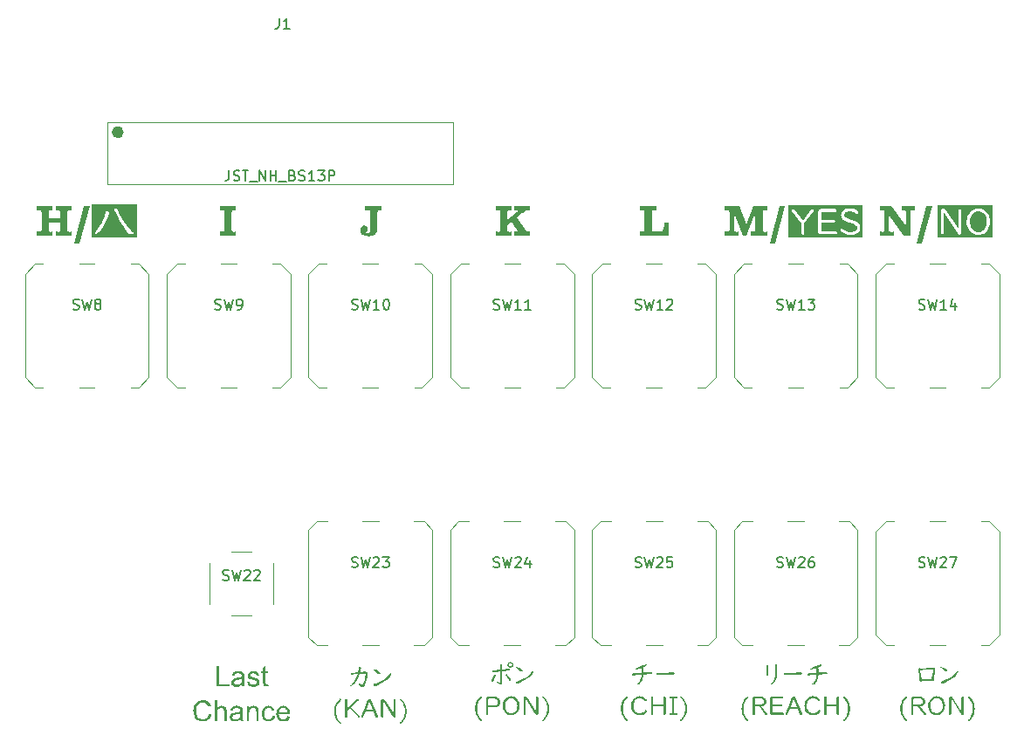
<source format=gbr>
%TF.GenerationSoftware,KiCad,Pcbnew,9.0.6*%
%TF.CreationDate,2026-01-11T11:54:49+09:00*%
%TF.ProjectId,MH01852029121Z2_MJ-HF_control,4d483031-3835-4323-9032-393132315a32,rev?*%
%TF.SameCoordinates,Original*%
%TF.FileFunction,Legend,Top*%
%TF.FilePolarity,Positive*%
%FSLAX46Y46*%
G04 Gerber Fmt 4.6, Leading zero omitted, Abs format (unit mm)*
G04 Created by KiCad (PCBNEW 9.0.6) date 2026-01-11 11:54:49*
%MOMM*%
%LPD*%
G01*
G04 APERTURE LIST*
%ADD10C,0.150000*%
%ADD11C,0.120000*%
%ADD12C,0.560000*%
G04 APERTURE END LIST*
D10*
G36*
X194014334Y-78616453D02*
G01*
X194048845Y-78612826D01*
X194484416Y-78574687D01*
X194538601Y-78570950D01*
X194615081Y-78579374D01*
X194668550Y-78601689D01*
X194705229Y-78635999D01*
X194728190Y-78684021D01*
X194736658Y-78750652D01*
X194725068Y-78880989D01*
X194676317Y-79151711D01*
X194614098Y-79414110D01*
X194542387Y-79645707D01*
X194462214Y-79849415D01*
X194405710Y-79954128D01*
X194351466Y-80017366D01*
X194298900Y-80050662D01*
X194245693Y-80061100D01*
X194190961Y-80051393D01*
X194134904Y-80020434D01*
X193909810Y-79840842D01*
X193864559Y-79792923D01*
X193853207Y-79759619D01*
X193864308Y-79726427D01*
X193881821Y-79708684D01*
X193903655Y-79703016D01*
X193936152Y-79710013D01*
X193988505Y-79737418D01*
X194158408Y-79833010D01*
X194211291Y-79850624D01*
X194233391Y-79843372D01*
X194260756Y-79816039D01*
X194296141Y-79754673D01*
X194368293Y-79584209D01*
X194435236Y-79375747D01*
X194495517Y-79123464D01*
X194534228Y-78908410D01*
X194543437Y-78804727D01*
X194537001Y-78771422D01*
X194520133Y-78753445D01*
X194490571Y-78746915D01*
X194448695Y-78749443D01*
X194127540Y-78773953D01*
X193968831Y-78787581D01*
X193886445Y-79016120D01*
X193786100Y-79227849D01*
X193667867Y-79424152D01*
X193531444Y-79606174D01*
X193376163Y-79774800D01*
X193201005Y-79930638D01*
X193155125Y-79959434D01*
X193118573Y-79967568D01*
X193091949Y-79961939D01*
X193071862Y-79945366D01*
X193057771Y-79922339D01*
X193053397Y-79899863D01*
X193058608Y-79875344D01*
X193075489Y-79850624D01*
X193160448Y-79770720D01*
X193294071Y-79635195D01*
X193418572Y-79481689D01*
X193534036Y-79308804D01*
X193640312Y-79114891D01*
X193705967Y-78969831D01*
X193767038Y-78804727D01*
X193440937Y-78830556D01*
X193263763Y-78844185D01*
X193235517Y-78845394D01*
X193180004Y-78834820D01*
X193150216Y-78807252D01*
X193139456Y-78759225D01*
X193146371Y-78721810D01*
X193165801Y-78695627D01*
X193199796Y-78678002D01*
X193274864Y-78669429D01*
X193763411Y-78634918D01*
X193812540Y-78631290D01*
X193868261Y-78364550D01*
X193893763Y-78205502D01*
X193910864Y-78150595D01*
X193943213Y-78120378D01*
X193994660Y-78109551D01*
X194037287Y-78117247D01*
X194068519Y-78139117D01*
X194084935Y-78166365D01*
X194090611Y-78200556D01*
X194077500Y-78311470D01*
X194014334Y-78616453D01*
G37*
G36*
X195366328Y-78343328D02*
G01*
X195415168Y-78353927D01*
X195549656Y-78406086D01*
X195693226Y-78474924D01*
X195810193Y-78544338D01*
X195904114Y-78614035D01*
X195941602Y-78659912D01*
X195953243Y-78708777D01*
X195948081Y-78741843D01*
X195932361Y-78772744D01*
X195900853Y-78800522D01*
X195861029Y-78809673D01*
X195816430Y-78798377D01*
X195752769Y-78755598D01*
X195575373Y-78622075D01*
X195344236Y-78477418D01*
X195302204Y-78443538D01*
X195291260Y-78414659D01*
X195299878Y-78374510D01*
X195323351Y-78351876D01*
X195366328Y-78343328D01*
G37*
G36*
X196946274Y-78743288D02*
G01*
X196971664Y-78747339D01*
X196992985Y-78759225D01*
X197012588Y-78785099D01*
X197018924Y-78814619D01*
X197011003Y-78848560D01*
X196978534Y-78908690D01*
X196904398Y-79009049D01*
X196751588Y-79180276D01*
X196580621Y-79340755D01*
X196390414Y-79490760D01*
X196179656Y-79630366D01*
X195959010Y-79751783D01*
X195734448Y-79852904D01*
X195505363Y-79934375D01*
X195408203Y-79956467D01*
X195368192Y-79950031D01*
X195338258Y-79931898D01*
X195315879Y-79901072D01*
X195304756Y-79873438D01*
X195301152Y-79845788D01*
X195313734Y-79798301D01*
X195352809Y-79762037D01*
X195509100Y-79712798D01*
X195697481Y-79649407D01*
X195887245Y-79567495D01*
X196078972Y-79466021D01*
X196273189Y-79343722D01*
X196443850Y-79217724D01*
X196597057Y-79085350D01*
X196733891Y-78946539D01*
X196855269Y-78801100D01*
X196902925Y-78756043D01*
X196946274Y-78743288D01*
G37*
G36*
X192072896Y-81193891D02*
G01*
X192112704Y-81202117D01*
X192134792Y-81224205D01*
X192143018Y-81264013D01*
X192137027Y-81290942D01*
X192117190Y-81319298D01*
X192053222Y-81379638D01*
X191976676Y-81462536D01*
X191901545Y-81567975D01*
X191828018Y-81699584D01*
X191759826Y-81860507D01*
X191710703Y-82030335D01*
X191680731Y-82210379D01*
X191670518Y-82402124D01*
X191683866Y-82615527D01*
X191723325Y-82818355D01*
X191788671Y-83012450D01*
X191855073Y-83152223D01*
X191929030Y-83272369D01*
X192010237Y-83374945D01*
X192098725Y-83461650D01*
X192133484Y-83501465D01*
X192143018Y-83534190D01*
X192139417Y-83556725D01*
X192128290Y-83578483D01*
X192104883Y-83597698D01*
X192072896Y-83604312D01*
X192037939Y-83595199D01*
X191982381Y-83559040D01*
X191895722Y-83477586D01*
X191796892Y-83358819D01*
X191706981Y-83220507D01*
X191626225Y-83060481D01*
X191561793Y-82892608D01*
X191516649Y-82726683D01*
X191489901Y-82561870D01*
X191481035Y-82397288D01*
X191491931Y-82214882D01*
X191524761Y-82033242D01*
X191580181Y-81851182D01*
X191659418Y-81667600D01*
X191737292Y-81527943D01*
X191820759Y-81408443D01*
X191909630Y-81307073D01*
X192003983Y-81222138D01*
X192039546Y-81200496D01*
X192072896Y-81193891D01*
G37*
G36*
X192758071Y-82335739D02*
G01*
X192758071Y-82920236D01*
X192752186Y-82953485D01*
X192734660Y-82981676D01*
X192699095Y-83007254D01*
X192651019Y-83016187D01*
X192596344Y-83004716D01*
X192558695Y-82971894D01*
X192547818Y-82949067D01*
X192543967Y-82920236D01*
X192543967Y-81314462D01*
X192549647Y-81280176D01*
X192566059Y-81252913D01*
X192602076Y-81226506D01*
X192652228Y-81217192D01*
X192702873Y-81227902D01*
X192739606Y-81259068D01*
X192753281Y-81283448D01*
X192758071Y-81314462D01*
X192758071Y-82066241D01*
X193672296Y-81249176D01*
X193708598Y-81226821D01*
X193746045Y-81219720D01*
X193778052Y-81226085D01*
X193811331Y-81246758D01*
X193836126Y-81279125D01*
X193844524Y-81320617D01*
X193835424Y-81360635D01*
X193806385Y-81398103D01*
X193150557Y-81982600D01*
X193934320Y-82834068D01*
X193959629Y-82872082D01*
X193967622Y-82911554D01*
X193957776Y-82957349D01*
X193928165Y-82993986D01*
X193892781Y-83013364D01*
X193853097Y-83019814D01*
X193806857Y-83010068D01*
X193768247Y-82980467D01*
X193000421Y-82116690D01*
X192758071Y-82335739D01*
G37*
G36*
X194980235Y-81228339D02*
G01*
X195030857Y-81264734D01*
X195071331Y-81330399D01*
X195713641Y-82859896D01*
X195724742Y-82911554D01*
X195718300Y-82951632D01*
X195700163Y-82981559D01*
X195669348Y-83003877D01*
X195642471Y-83013971D01*
X195612744Y-83017396D01*
X195568929Y-83009456D01*
X195535272Y-82986517D01*
X195509320Y-82946065D01*
X195295217Y-82431690D01*
X194534864Y-82431690D01*
X194320761Y-82946065D01*
X194294769Y-82987395D01*
X194261468Y-83010623D01*
X194218545Y-83018605D01*
X194188785Y-83014930D01*
X194160733Y-83003877D01*
X194129914Y-82980091D01*
X194111822Y-82949289D01*
X194105449Y-82909136D01*
X194116439Y-82859896D01*
X194375837Y-82242206D01*
X194602458Y-82242206D01*
X195227622Y-82242206D01*
X194915040Y-81428877D01*
X194602458Y-82242206D01*
X194375837Y-82242206D01*
X194758749Y-81330399D01*
X194799319Y-81264945D01*
X194850684Y-81228445D01*
X194916249Y-81215983D01*
X194980235Y-81228339D01*
G37*
G36*
X197242369Y-82638429D02*
G01*
X197242369Y-81309516D01*
X197249283Y-81273554D01*
X197269517Y-81245549D01*
X197304737Y-81224443D01*
X197348212Y-81217192D01*
X197401848Y-81228603D01*
X197439327Y-81261486D01*
X197450324Y-81283831D01*
X197454055Y-81309516D01*
X197454055Y-82831650D01*
X197443889Y-82919214D01*
X197418346Y-82972224D01*
X197380317Y-83001966D01*
X197326120Y-83012450D01*
X197273537Y-83002713D01*
X197225429Y-82972749D01*
X197179721Y-82917709D01*
X196234721Y-81446133D01*
X196234721Y-82920236D01*
X196227473Y-82958393D01*
X196206364Y-82987831D01*
X196170121Y-83008971D01*
X196126351Y-83016187D01*
X196075706Y-83005478D01*
X196038973Y-82974312D01*
X196027184Y-82950295D01*
X196023036Y-82920236D01*
X196023036Y-81410413D01*
X196030483Y-81345240D01*
X196050972Y-81295529D01*
X196083615Y-81257566D01*
X196130087Y-81229502D01*
X196170336Y-81217778D01*
X196219883Y-81213565D01*
X196282418Y-81223428D01*
X196334396Y-81252231D01*
X196378592Y-81302152D01*
X197242369Y-82638429D01*
G37*
G36*
X197927324Y-81193891D02*
G01*
X197960823Y-81202892D01*
X198015710Y-81239163D01*
X198103289Y-81321826D01*
X198202059Y-81439853D01*
X198291973Y-81577738D01*
X198372786Y-81737722D01*
X198437875Y-81906341D01*
X198483380Y-82072298D01*
X198510284Y-82236453D01*
X198519185Y-82399706D01*
X198509934Y-82565810D01*
X198481945Y-82733130D01*
X198434541Y-82902624D01*
X198366631Y-83075209D01*
X198288709Y-83226941D01*
X198203359Y-83357590D01*
X198110835Y-83469275D01*
X198011075Y-83563755D01*
X197961774Y-83595604D01*
X197924906Y-83604312D01*
X197895736Y-83598675D01*
X197873249Y-83582220D01*
X197860301Y-83559701D01*
X197855993Y-83534190D01*
X197862220Y-83507331D01*
X197883031Y-83478795D01*
X197945789Y-83418565D01*
X198022335Y-83335667D01*
X198097466Y-83230228D01*
X198170993Y-83098619D01*
X198239797Y-82937595D01*
X198289286Y-82768122D01*
X198319439Y-82588909D01*
X198329702Y-82398497D01*
X198318010Y-82196173D01*
X198283679Y-82006397D01*
X198227306Y-81827417D01*
X198148791Y-81657709D01*
X198075254Y-81537793D01*
X197989725Y-81428109D01*
X197891713Y-81327981D01*
X197863978Y-81294258D01*
X197855993Y-81264013D01*
X197859594Y-81241478D01*
X197870721Y-81219720D01*
X197894224Y-81200572D01*
X197927324Y-81193891D01*
G37*
G36*
X230752459Y-33448046D02*
G01*
X231449284Y-35164645D01*
X232158565Y-33448046D01*
X233476378Y-33448046D01*
X233476378Y-33796641D01*
X233258208Y-33796641D01*
X233151046Y-33817707D01*
X233081987Y-33851413D01*
X233044068Y-33910214D01*
X233031612Y-34002538D01*
X233031612Y-35708147D01*
X233044068Y-35806882D01*
X233081987Y-35867698D01*
X233151046Y-35903419D01*
X233258208Y-35913860D01*
X233476378Y-35905617D01*
X233476378Y-36250000D01*
X231894234Y-36250000D01*
X231894234Y-35904884D01*
X232112404Y-35904884D01*
X232129073Y-35909098D01*
X232141713Y-35909098D01*
X232229823Y-35898656D01*
X232288625Y-35866966D01*
X232326360Y-35808164D01*
X232339000Y-35715474D01*
X232339000Y-34116294D01*
X231449284Y-36250000D01*
X231134394Y-36250000D01*
X230265744Y-34086985D01*
X230265744Y-35707231D01*
X230278201Y-35806149D01*
X230316120Y-35866966D01*
X230385179Y-35902869D01*
X230492341Y-35913311D01*
X230689628Y-35904884D01*
X230689628Y-36250000D01*
X229380059Y-36250000D01*
X229380059Y-35905617D01*
X229598412Y-35905617D01*
X229615081Y-35909647D01*
X229627721Y-35909647D01*
X229715832Y-35899206D01*
X229774633Y-35867698D01*
X229812369Y-35808897D01*
X229825008Y-35716573D01*
X229825008Y-33994112D01*
X229812369Y-33910214D01*
X229774633Y-33851413D01*
X229705390Y-33817707D01*
X229598412Y-33805068D01*
X229380059Y-33796641D01*
X229380059Y-33448046D01*
X230752459Y-33448046D01*
G37*
G36*
X235202686Y-33448046D02*
G01*
X234241530Y-37086775D01*
X233712683Y-37086775D01*
X234673839Y-33448046D01*
X235202686Y-33448046D01*
G37*
G36*
X222288503Y-35888764D02*
G01*
X222867725Y-35888764D01*
X223077281Y-35877772D01*
X223222365Y-35834176D01*
X223302709Y-35784144D01*
X223362723Y-35721600D01*
X223404998Y-35645132D01*
X223445158Y-35514665D01*
X223476256Y-35363764D01*
X223495959Y-35204971D01*
X223505565Y-35027625D01*
X223904352Y-35019199D01*
X223904352Y-36250000D01*
X221151125Y-36250000D01*
X221151125Y-35905617D01*
X221369295Y-35905617D01*
X221386147Y-35909647D01*
X221398787Y-35909647D01*
X221486898Y-35899206D01*
X221545699Y-35867698D01*
X221583435Y-35808897D01*
X221596074Y-35716573D01*
X221596074Y-33994112D01*
X221583435Y-33910214D01*
X221545699Y-33851413D01*
X221476273Y-33817707D01*
X221369295Y-33805068D01*
X221151125Y-33796641D01*
X221151125Y-33448046D01*
X222766974Y-33448046D01*
X222766974Y-33796641D01*
X222515099Y-33796641D01*
X222408121Y-33817707D01*
X222338878Y-33851413D01*
X222300959Y-33910214D01*
X222288503Y-34002538D01*
X222288503Y-35888764D01*
G37*
G36*
X172375429Y-36462205D02*
G01*
X167929167Y-36462205D01*
X167929167Y-36005774D01*
X168262500Y-36005774D01*
X168270794Y-36044351D01*
X168297304Y-36081612D01*
X168334412Y-36108252D01*
X168371127Y-36116416D01*
X168416324Y-36103809D01*
X168498653Y-36050621D01*
X168639855Y-35925724D01*
X168870620Y-35678833D01*
X169076842Y-35404530D01*
X169259042Y-35100723D01*
X169417139Y-34764819D01*
X169550453Y-34393771D01*
X169623081Y-34134223D01*
X169638564Y-34032903D01*
X169626617Y-33958750D01*
X169594342Y-33909579D01*
X169540546Y-33878604D01*
X169456114Y-33866756D01*
X169383002Y-33884306D01*
X169328535Y-33937254D01*
X169289968Y-34039131D01*
X169197399Y-34396287D01*
X169080229Y-34726356D01*
X168939174Y-35031612D01*
X168757573Y-35348075D01*
X168564019Y-35621560D01*
X168358853Y-35856114D01*
X168280853Y-35951044D01*
X168262500Y-36005774D01*
X167929167Y-36005774D01*
X167929167Y-33715081D01*
X170184080Y-33715081D01*
X170204596Y-33799162D01*
X170330253Y-34108063D01*
X170497713Y-34463771D01*
X170713110Y-34871693D01*
X171061887Y-35464125D01*
X171321449Y-35840449D01*
X171510868Y-36059080D01*
X171588149Y-36111340D01*
X171681228Y-36128872D01*
X171802955Y-36119695D01*
X171923028Y-36092053D01*
X172021509Y-36048132D01*
X172042096Y-36016032D01*
X172025083Y-35977375D01*
X171947758Y-35907405D01*
X171771493Y-35763303D01*
X171572349Y-35560660D01*
X171347133Y-35287155D01*
X171092663Y-34929030D01*
X170816295Y-34487087D01*
X170609760Y-34099544D01*
X170463066Y-33760144D01*
X170413790Y-33643274D01*
X170372605Y-33607979D01*
X170317437Y-33596013D01*
X170240314Y-33610652D01*
X170198988Y-33648771D01*
X170184080Y-33715081D01*
X167929167Y-33715081D01*
X167929167Y-33262680D01*
X172375429Y-33262680D01*
X172375429Y-36462205D01*
G37*
G36*
X207724055Y-77849129D02*
G01*
X207751752Y-77867693D01*
X207769335Y-77898882D01*
X207776094Y-77948138D01*
X207776094Y-77973967D01*
X207774885Y-78069918D01*
X207778622Y-78355462D01*
X208396312Y-78309849D01*
X208428295Y-78307431D01*
X208458820Y-78311214D01*
X208484899Y-78322159D01*
X208516072Y-78352063D01*
X208526664Y-78396018D01*
X208518765Y-78437440D01*
X208496671Y-78465531D01*
X208457751Y-78483396D01*
X208391366Y-78489551D01*
X208005035Y-78517798D01*
X207778622Y-78535054D01*
X207779831Y-78623640D01*
X207789613Y-79609307D01*
X207780864Y-79704335D01*
X207758948Y-79764279D01*
X207727557Y-79803036D01*
X207692016Y-79824724D01*
X207650577Y-79831983D01*
X207614928Y-79825192D01*
X207563199Y-79800000D01*
X207424164Y-79715150D01*
X207303594Y-79641290D01*
X207255544Y-79601378D01*
X207243363Y-79569849D01*
X207250346Y-79535542D01*
X207268992Y-79516625D01*
X207302385Y-79509619D01*
X207327122Y-79513292D01*
X207363934Y-79526875D01*
X207560781Y-79608098D01*
X207586610Y-79614253D01*
X207598039Y-79605824D01*
X207603866Y-79566222D01*
X207602657Y-79545340D01*
X207602657Y-79318927D01*
X207592765Y-78638478D01*
X207591556Y-78549891D01*
X207130157Y-78584293D01*
X206941882Y-78597812D01*
X206916054Y-78599021D01*
X206882162Y-78594304D01*
X206853295Y-78580556D01*
X206825925Y-78550217D01*
X206816366Y-78505598D01*
X206823862Y-78464613D01*
X206844525Y-78437425D01*
X206880333Y-78420638D01*
X206959138Y-78412065D01*
X207532535Y-78372608D01*
X207591556Y-78368981D01*
X207587819Y-78023206D01*
X207593282Y-77920848D01*
X207603866Y-77884171D01*
X207636069Y-77852971D01*
X207682561Y-77842295D01*
X207724055Y-77849129D01*
G37*
G36*
X207127629Y-78851263D02*
G01*
X207157374Y-78876780D01*
X207167086Y-78912812D01*
X207155038Y-78970200D01*
X207095645Y-79129443D01*
X207029684Y-79274517D01*
X206962284Y-79391735D01*
X206893852Y-79485000D01*
X206848744Y-79522882D01*
X206804056Y-79534239D01*
X206773163Y-79529155D01*
X206742507Y-79513246D01*
X206715777Y-79481850D01*
X206706896Y-79441915D01*
X206717442Y-79401827D01*
X206758554Y-79341018D01*
X206857313Y-79208191D01*
X206942570Y-79062577D01*
X207014422Y-78903030D01*
X207035188Y-78867051D01*
X207059786Y-78847812D01*
X207089490Y-78841481D01*
X207127629Y-78851263D01*
G37*
G36*
X208225654Y-78824629D02*
G01*
X208278538Y-78859521D01*
X208358249Y-78937028D01*
X208475007Y-79078995D01*
X208571925Y-79219218D01*
X208617016Y-79312960D01*
X208628880Y-79374211D01*
X208620036Y-79421601D01*
X208595577Y-79453016D01*
X208561971Y-79471618D01*
X208526664Y-79477636D01*
X208486717Y-79468276D01*
X208454124Y-79439497D01*
X208427086Y-79390258D01*
X208281034Y-79129268D01*
X208160007Y-78955896D01*
X208133035Y-78913901D01*
X208125605Y-78882037D01*
X208130007Y-78859833D01*
X208144070Y-78837744D01*
X208165860Y-78821046D01*
X208190781Y-78815652D01*
X208225654Y-78824629D01*
G37*
G36*
X208643274Y-77622226D02*
G01*
X208710103Y-77649185D01*
X208771507Y-77694955D01*
X208818363Y-77756236D01*
X208847019Y-77823773D01*
X208856502Y-77895272D01*
X208848192Y-77963782D01*
X208823536Y-78026342D01*
X208781434Y-78084755D01*
X208720715Y-78136263D01*
X208652301Y-78166594D01*
X208573486Y-78176969D01*
X208516716Y-78171172D01*
X208461488Y-78153668D01*
X208397562Y-78114025D01*
X208345863Y-78058927D01*
X208306060Y-77979925D01*
X208293274Y-77896481D01*
X208411040Y-77896481D01*
X208421510Y-77955230D01*
X208452915Y-78005950D01*
X208488578Y-78035451D01*
X208529037Y-78052926D01*
X208575904Y-78058927D01*
X208615191Y-78054264D01*
X208650972Y-78040462D01*
X208700100Y-78003012D01*
X208728490Y-77956074D01*
X208738350Y-77896481D01*
X208725699Y-77830581D01*
X208687901Y-77775910D01*
X208636479Y-77742782D01*
X208574695Y-77731617D01*
X208531499Y-77737632D01*
X208488526Y-77756236D01*
X208445216Y-77793436D01*
X208419864Y-77839224D01*
X208411040Y-77896481D01*
X208293274Y-77896481D01*
X208292887Y-77893953D01*
X208301083Y-77822282D01*
X208324728Y-77760807D01*
X208363961Y-77707192D01*
X208420931Y-77660176D01*
X208494668Y-77625163D01*
X208575904Y-77613464D01*
X208643274Y-77622226D01*
G37*
G36*
X209179635Y-78093328D02*
G01*
X209228475Y-78103927D01*
X209362964Y-78156086D01*
X209506534Y-78224924D01*
X209623500Y-78294338D01*
X209717421Y-78364035D01*
X209754909Y-78409912D01*
X209766551Y-78458777D01*
X209761389Y-78491843D01*
X209745668Y-78522744D01*
X209714160Y-78550522D01*
X209674337Y-78559673D01*
X209629737Y-78548377D01*
X209566076Y-78505598D01*
X209388681Y-78372075D01*
X209157543Y-78227418D01*
X209115511Y-78193538D01*
X209104567Y-78164659D01*
X209113186Y-78124510D01*
X209136658Y-78101876D01*
X209179635Y-78093328D01*
G37*
G36*
X210759581Y-78493288D02*
G01*
X210784972Y-78497339D01*
X210806293Y-78509225D01*
X210825896Y-78535099D01*
X210832231Y-78564619D01*
X210824310Y-78598560D01*
X210791842Y-78658690D01*
X210717706Y-78759049D01*
X210564895Y-78930276D01*
X210393928Y-79090755D01*
X210203721Y-79240760D01*
X209992964Y-79380366D01*
X209772318Y-79501783D01*
X209547756Y-79602904D01*
X209318671Y-79684375D01*
X209221511Y-79706467D01*
X209181499Y-79700031D01*
X209151566Y-79681898D01*
X209129187Y-79651072D01*
X209118063Y-79623438D01*
X209114459Y-79595788D01*
X209127041Y-79548301D01*
X209166116Y-79512037D01*
X209322407Y-79462798D01*
X209510788Y-79399407D01*
X209700552Y-79317495D01*
X209892280Y-79216021D01*
X210086497Y-79093722D01*
X210257158Y-78967724D01*
X210410364Y-78835350D01*
X210547199Y-78696539D01*
X210668576Y-78551100D01*
X210716232Y-78506043D01*
X210759581Y-78493288D01*
G37*
G36*
X205749916Y-80943891D02*
G01*
X205789724Y-80952117D01*
X205811812Y-80974205D01*
X205820038Y-81014013D01*
X205814047Y-81040942D01*
X205794210Y-81069298D01*
X205730242Y-81129638D01*
X205653696Y-81212536D01*
X205578565Y-81317975D01*
X205505038Y-81449584D01*
X205436846Y-81610507D01*
X205387723Y-81780335D01*
X205357751Y-81960379D01*
X205347538Y-82152124D01*
X205360886Y-82365527D01*
X205400345Y-82568355D01*
X205465691Y-82762450D01*
X205532093Y-82902223D01*
X205606050Y-83022369D01*
X205687257Y-83124945D01*
X205775745Y-83211650D01*
X205810504Y-83251465D01*
X205820038Y-83284190D01*
X205816437Y-83306725D01*
X205805310Y-83328483D01*
X205781903Y-83347698D01*
X205749916Y-83354312D01*
X205714959Y-83345199D01*
X205659401Y-83309040D01*
X205572742Y-83227586D01*
X205473912Y-83108819D01*
X205384001Y-82970507D01*
X205303245Y-82810481D01*
X205238813Y-82642608D01*
X205193669Y-82476683D01*
X205166921Y-82311870D01*
X205158055Y-82147288D01*
X205168951Y-81964882D01*
X205201781Y-81783242D01*
X205257201Y-81601182D01*
X205336438Y-81417600D01*
X205414312Y-81277943D01*
X205497779Y-81158443D01*
X205586650Y-81057073D01*
X205681003Y-80972138D01*
X205716566Y-80950496D01*
X205749916Y-80943891D01*
G37*
G36*
X207065585Y-80993731D02*
G01*
X207189304Y-81020172D01*
X207297448Y-81062339D01*
X207392291Y-81119746D01*
X207472823Y-81194907D01*
X207529673Y-81282670D01*
X207564656Y-81385517D01*
X207576938Y-81507396D01*
X207565958Y-81631114D01*
X207535120Y-81733343D01*
X207486049Y-81818289D01*
X207418229Y-81888891D01*
X207322709Y-81952566D01*
X207210251Y-81999716D01*
X207077688Y-82029616D01*
X206921110Y-82040236D01*
X206442455Y-82040236D01*
X206442455Y-82670236D01*
X206436531Y-82703281D01*
X206419044Y-82730467D01*
X206381868Y-82756863D01*
X206330457Y-82766187D01*
X206274973Y-82754615D01*
X206238133Y-82721894D01*
X206227256Y-82699067D01*
X206223405Y-82670236D01*
X206223405Y-81234272D01*
X206442455Y-81234272D01*
X206442455Y-81848225D01*
X206954302Y-81848225D01*
X207041852Y-81842412D01*
X207116213Y-81826032D01*
X207179506Y-81800195D01*
X207257413Y-81747928D01*
X207311110Y-81683615D01*
X207343885Y-81605253D01*
X207355471Y-81508605D01*
X207343128Y-81410266D01*
X207308278Y-81331541D01*
X207250994Y-81267772D01*
X207167196Y-81217016D01*
X207072279Y-81187036D01*
X206956720Y-81176349D01*
X206497739Y-81176349D01*
X206466598Y-81183012D01*
X206449067Y-81201135D01*
X206442455Y-81234272D01*
X206223405Y-81234272D01*
X206223405Y-81200969D01*
X206233164Y-81119213D01*
X206259347Y-81061085D01*
X206300464Y-81020294D01*
X206359343Y-80994200D01*
X206442455Y-80984448D01*
X206923528Y-80984448D01*
X207065585Y-80993731D01*
G37*
G36*
X208773948Y-80952915D02*
G01*
X208887330Y-80979664D01*
X208996022Y-81024287D01*
X209101160Y-81087763D01*
X209208671Y-81180070D01*
X209299909Y-81292440D01*
X209375494Y-81427382D01*
X209427082Y-81564599D01*
X209458375Y-81710452D01*
X209469026Y-81866690D01*
X209456085Y-82040243D01*
X209418200Y-82200245D01*
X209355820Y-82349081D01*
X209286613Y-82462592D01*
X209204774Y-82559683D01*
X209109733Y-82641880D01*
X209005268Y-82706973D01*
X208894320Y-82753209D01*
X208775511Y-82781245D01*
X208647125Y-82790807D01*
X208508120Y-82779568D01*
X208381576Y-82746780D01*
X208265190Y-82692831D01*
X208157196Y-82616770D01*
X208056472Y-82516363D01*
X207976266Y-82407491D01*
X207913875Y-82289538D01*
X207868694Y-82161232D01*
X207840863Y-82020930D01*
X207831418Y-81869108D01*
X208057681Y-81869108D01*
X208065327Y-81992431D01*
X208087659Y-82106438D01*
X208124177Y-82212464D01*
X208186386Y-82330146D01*
X208264421Y-82427777D01*
X208351579Y-82501467D01*
X208444320Y-82552708D01*
X208544139Y-82583406D01*
X208653170Y-82593849D01*
X208760717Y-82583192D01*
X208859653Y-82551764D01*
X208952125Y-82499055D01*
X209039611Y-82422831D01*
X209111354Y-82334882D01*
X209167422Y-82237023D01*
X209208325Y-82127865D01*
X209233760Y-82005563D01*
X209242613Y-81867899D01*
X209230892Y-81711295D01*
X209197251Y-81573478D01*
X209142952Y-81451363D01*
X209067858Y-81342532D01*
X208975046Y-81251173D01*
X208875540Y-81188358D01*
X208767571Y-81150943D01*
X208648334Y-81138211D01*
X208531500Y-81150737D01*
X208425286Y-81187614D01*
X208326975Y-81249643D01*
X208234855Y-81340004D01*
X208158694Y-81449595D01*
X208103652Y-81572565D01*
X208069559Y-81711361D01*
X208057681Y-81869108D01*
X207831418Y-81869108D01*
X207831268Y-81866690D01*
X207844544Y-81688010D01*
X207883016Y-81527152D01*
X207945704Y-81381186D01*
X208033062Y-81247790D01*
X208136813Y-81136476D01*
X208249209Y-81052344D01*
X208371469Y-80992693D01*
X208505648Y-80956378D01*
X208654489Y-80943891D01*
X208773948Y-80952915D01*
G37*
G36*
X211065349Y-82388429D02*
G01*
X211065349Y-81059516D01*
X211072262Y-81023554D01*
X211092496Y-80995549D01*
X211127716Y-80974443D01*
X211171192Y-80967192D01*
X211224828Y-80978603D01*
X211262306Y-81011486D01*
X211273303Y-81033831D01*
X211277034Y-81059516D01*
X211277034Y-82581650D01*
X211266868Y-82669214D01*
X211241326Y-82722224D01*
X211203296Y-82751966D01*
X211149100Y-82762450D01*
X211096517Y-82752713D01*
X211048408Y-82722749D01*
X211002701Y-82667709D01*
X210057701Y-81196133D01*
X210057701Y-82670236D01*
X210050453Y-82708393D01*
X210029344Y-82737831D01*
X209993100Y-82758971D01*
X209949330Y-82766187D01*
X209898685Y-82755478D01*
X209861952Y-82724312D01*
X209850163Y-82700295D01*
X209846015Y-82670236D01*
X209846015Y-81160413D01*
X209853462Y-81095240D01*
X209873952Y-81045529D01*
X209906595Y-81007566D01*
X209953067Y-80979502D01*
X209993315Y-80967778D01*
X210042863Y-80963565D01*
X210105398Y-80973428D01*
X210157375Y-81002231D01*
X210201572Y-81052152D01*
X211065349Y-82388429D01*
G37*
G36*
X211750304Y-80943891D02*
G01*
X211783803Y-80952892D01*
X211838689Y-80989163D01*
X211926268Y-81071826D01*
X212025038Y-81189853D01*
X212114953Y-81327738D01*
X212195766Y-81487722D01*
X212260855Y-81656341D01*
X212306360Y-81822298D01*
X212333264Y-81986453D01*
X212342165Y-82149706D01*
X212332914Y-82315810D01*
X212304924Y-82483130D01*
X212257521Y-82652624D01*
X212189611Y-82825209D01*
X212111688Y-82976941D01*
X212026338Y-83107590D01*
X211933815Y-83219275D01*
X211834054Y-83313755D01*
X211784753Y-83345604D01*
X211747886Y-83354312D01*
X211718716Y-83348675D01*
X211696228Y-83332220D01*
X211683281Y-83309701D01*
X211678972Y-83284190D01*
X211685200Y-83257331D01*
X211706010Y-83228795D01*
X211768768Y-83168565D01*
X211845314Y-83085667D01*
X211920446Y-82980228D01*
X211993972Y-82848619D01*
X212062777Y-82687595D01*
X212112265Y-82518122D01*
X212142419Y-82338909D01*
X212152681Y-82148497D01*
X212140990Y-81946173D01*
X212106658Y-81756397D01*
X212050286Y-81577417D01*
X211971771Y-81407709D01*
X211898234Y-81287793D01*
X211812704Y-81178109D01*
X211714693Y-81077981D01*
X211686958Y-81044258D01*
X211678972Y-81014013D01*
X211682574Y-80991478D01*
X211693700Y-80969720D01*
X211717203Y-80950572D01*
X211750304Y-80943891D01*
G37*
G36*
X208292716Y-34761645D02*
G01*
X209232807Y-33997775D01*
X209268527Y-33974694D01*
X209295821Y-33943187D01*
X209310476Y-33911863D01*
X209316704Y-33880355D01*
X209308278Y-33851046D01*
X209287395Y-33834193D01*
X209249476Y-33821554D01*
X209190858Y-33817341D01*
X208934769Y-33808914D01*
X208934769Y-33448046D01*
X210424773Y-33448046D01*
X210424773Y-33811845D01*
X210288302Y-33826683D01*
X210177110Y-33841338D01*
X210080573Y-33866800D01*
X209988250Y-33904902D01*
X209923220Y-33945019D01*
X209853977Y-33993562D01*
X209782536Y-34050715D01*
X209702852Y-34116294D01*
X209232807Y-34506106D01*
X209963154Y-35608679D01*
X209979823Y-35642201D01*
X210000889Y-35667297D01*
X210011331Y-35679937D01*
X210021955Y-35692393D01*
X210036427Y-35707231D01*
X210047051Y-35721885D01*
X210089000Y-35772260D01*
X210126735Y-35814026D01*
X210158243Y-35843518D01*
X210189750Y-35864401D01*
X210225471Y-35885284D01*
X210265404Y-35893710D01*
X210313581Y-35897923D01*
X210378611Y-35897923D01*
X210466721Y-35889497D01*
X210466721Y-36250000D01*
X208934769Y-36250000D01*
X208934769Y-35889131D01*
X209094321Y-35889131D01*
X209113189Y-35893161D01*
X209132056Y-35893161D01*
X209178218Y-35889131D01*
X209211924Y-35880704D01*
X209241233Y-35855608D01*
X209249659Y-35817690D01*
X209245446Y-35784167D01*
X209232807Y-35750462D01*
X209213939Y-35719138D01*
X209195071Y-35687630D01*
X209184446Y-35668763D01*
X209169975Y-35649895D01*
X209159351Y-35633042D01*
X209148909Y-35616189D01*
X208691503Y-34927974D01*
X208292716Y-35255321D01*
X208292716Y-35708513D01*
X208305172Y-35807248D01*
X208343091Y-35868065D01*
X208412151Y-35903785D01*
X208519312Y-35914227D01*
X208699747Y-35905800D01*
X208699747Y-36250000D01*
X207155338Y-36250000D01*
X207155338Y-35905617D01*
X207373508Y-35905617D01*
X207390361Y-35909647D01*
X207403000Y-35909647D01*
X207490928Y-35899206D01*
X207549729Y-35867698D01*
X207587465Y-35808897D01*
X207600104Y-35716573D01*
X207600104Y-33994112D01*
X207587465Y-33910214D01*
X207549729Y-33851413D01*
X207480486Y-33817707D01*
X207373508Y-33805068D01*
X207155338Y-33796641D01*
X207155338Y-33448046D01*
X208699747Y-33448046D01*
X208699747Y-33796275D01*
X208519312Y-33796275D01*
X208412151Y-33817341D01*
X208343091Y-33850863D01*
X208305172Y-33909665D01*
X208292716Y-34001988D01*
X208292716Y-34761645D01*
G37*
G36*
X180405338Y-33796641D02*
G01*
X180405338Y-33448046D01*
X181949747Y-33448046D01*
X181949747Y-33796641D01*
X181769312Y-33796641D01*
X181662151Y-33817707D01*
X181593091Y-33851413D01*
X181555172Y-33910214D01*
X181542716Y-34002538D01*
X181542716Y-35708147D01*
X181555172Y-35806882D01*
X181593091Y-35867698D01*
X181662151Y-35903419D01*
X181769312Y-35913860D01*
X181949747Y-35905617D01*
X181949747Y-36250000D01*
X180405338Y-36250000D01*
X180405338Y-35905617D01*
X180623508Y-35905617D01*
X180640361Y-35909647D01*
X180653000Y-35909647D01*
X180740928Y-35899206D01*
X180799729Y-35867698D01*
X180837465Y-35808897D01*
X180850104Y-35716573D01*
X180850104Y-33994112D01*
X180837465Y-33910214D01*
X180799729Y-33851413D01*
X180730486Y-33817707D01*
X180623508Y-33805068D01*
X180405338Y-33796641D01*
G37*
G36*
X164904998Y-34986592D02*
G01*
X163788503Y-34986592D01*
X163788503Y-35708513D01*
X163800959Y-35807248D01*
X163838878Y-35868065D01*
X163908121Y-35903785D01*
X164015099Y-35914227D01*
X164195533Y-35905800D01*
X164195533Y-36250000D01*
X162651125Y-36250000D01*
X162651125Y-35905617D01*
X162869295Y-35905617D01*
X162886147Y-35909647D01*
X162898787Y-35909647D01*
X162986898Y-35899206D01*
X163045699Y-35867698D01*
X163083435Y-35808897D01*
X163096074Y-35716573D01*
X163096074Y-33994112D01*
X163083435Y-33910214D01*
X163045699Y-33851413D01*
X162976273Y-33817707D01*
X162869295Y-33805068D01*
X162651125Y-33796641D01*
X162651125Y-33448046D01*
X164195533Y-33448046D01*
X164195533Y-33796275D01*
X164015099Y-33796275D01*
X163908121Y-33817341D01*
X163838878Y-33850863D01*
X163800959Y-33909665D01*
X163788503Y-34001988D01*
X163788503Y-34602093D01*
X164904998Y-34602093D01*
X164904998Y-33993562D01*
X164892358Y-33909665D01*
X164854623Y-33850863D01*
X164785197Y-33817341D01*
X164678218Y-33804701D01*
X164497784Y-33796275D01*
X164497784Y-33448046D01*
X166042376Y-33448046D01*
X166042376Y-33796641D01*
X165824023Y-33796641D01*
X165717044Y-33817707D01*
X165647801Y-33851413D01*
X165610066Y-33910214D01*
X165597426Y-34002538D01*
X165597426Y-35708147D01*
X165610066Y-35806882D01*
X165647801Y-35867698D01*
X165717044Y-35903419D01*
X165824023Y-35913860D01*
X166042376Y-35905617D01*
X166042376Y-36250000D01*
X164497784Y-36250000D01*
X164497784Y-35905800D01*
X164678218Y-35905800D01*
X164695071Y-35910013D01*
X164707711Y-35910013D01*
X164795821Y-35899572D01*
X164854623Y-35868065D01*
X164892358Y-35809263D01*
X164904998Y-35716939D01*
X164904998Y-34986592D01*
G37*
G36*
X167772714Y-33448046D02*
G01*
X166811557Y-37086775D01*
X166282711Y-37086775D01*
X167243867Y-33448046D01*
X167772714Y-33448046D01*
G37*
G36*
X180061235Y-80000000D02*
G01*
X180061235Y-77991346D01*
X180326361Y-77991346D01*
X180326361Y-79767480D01*
X181312736Y-79767480D01*
X181312736Y-80000000D01*
X180061235Y-80000000D01*
G37*
G36*
X182385943Y-78527164D02*
G01*
X182511479Y-78558845D01*
X182616299Y-78610871D01*
X182682205Y-78668876D01*
X182727808Y-78741947D01*
X182758775Y-78836304D01*
X182767278Y-78911817D01*
X182771110Y-79063328D01*
X182771110Y-79391468D01*
X182776332Y-79704006D01*
X182786741Y-79825732D01*
X182810029Y-79914366D01*
X182848901Y-80000000D01*
X182592080Y-80000000D01*
X182561254Y-79918403D01*
X182542865Y-79819382D01*
X182404041Y-79921442D01*
X182279937Y-79983391D01*
X182150072Y-80019092D01*
X182008706Y-80031263D01*
X181888550Y-80022878D01*
X181789590Y-79999542D01*
X181708103Y-79963151D01*
X181641120Y-79914392D01*
X181584874Y-79851768D01*
X181545248Y-79782184D01*
X181521116Y-79704193D01*
X181512770Y-79615683D01*
X181513516Y-79609455D01*
X181775087Y-79609455D01*
X181783444Y-79671915D01*
X181807882Y-79726018D01*
X181849459Y-79773953D01*
X181902967Y-79808763D01*
X181973910Y-79831412D01*
X182067446Y-79839776D01*
X182160553Y-79832548D01*
X182244280Y-79811591D01*
X182320237Y-79777372D01*
X182388242Y-79730008D01*
X182441935Y-79673392D01*
X182482781Y-79606646D01*
X182510905Y-79512302D01*
X182522348Y-79359717D01*
X182522348Y-79269225D01*
X182370932Y-79316364D01*
X182120691Y-79362770D01*
X181980664Y-79388646D01*
X181906246Y-79412229D01*
X181850002Y-79446370D01*
X181809159Y-79492341D01*
X181783657Y-79547820D01*
X181775087Y-79609455D01*
X181513516Y-79609455D01*
X181525064Y-79512989D01*
X181561253Y-79420900D01*
X181617704Y-79340950D01*
X181688259Y-79279483D01*
X181771057Y-79232968D01*
X181865213Y-79198761D01*
X182083810Y-79161880D01*
X182361382Y-79119466D01*
X182522348Y-79077739D01*
X182523814Y-79013869D01*
X182514557Y-78916596D01*
X182490333Y-78849001D01*
X182454082Y-78803087D01*
X182386327Y-78759407D01*
X182295323Y-78730793D01*
X182174058Y-78720167D01*
X182059338Y-78728390D01*
X181976486Y-78749992D01*
X181917847Y-78781716D01*
X181870932Y-78828720D01*
X181829811Y-78899023D01*
X181795604Y-78999581D01*
X181555147Y-78966852D01*
X181583188Y-78865062D01*
X181619417Y-78781961D01*
X181662980Y-78714672D01*
X181718394Y-78657404D01*
X181789852Y-78608082D01*
X181880234Y-78566905D01*
X182029195Y-78528691D01*
X182209595Y-78515003D01*
X182385943Y-78527164D01*
G37*
G36*
X183053088Y-79561584D02*
G01*
X183296232Y-79523237D01*
X183319188Y-79616574D01*
X183357358Y-79690247D01*
X183410293Y-79748063D01*
X183476990Y-79789622D01*
X183562498Y-79816349D01*
X183671999Y-79826099D01*
X183783218Y-79817129D01*
X183864618Y-79793322D01*
X183923325Y-79757711D01*
X183970125Y-79707785D01*
X183996612Y-79654942D01*
X184005391Y-79597243D01*
X183997328Y-79546068D01*
X183973781Y-79503512D01*
X183932973Y-79467306D01*
X183863025Y-79436581D01*
X183681525Y-79384752D01*
X183432764Y-79314680D01*
X183306490Y-79266538D01*
X183213468Y-79206049D01*
X183147976Y-79128419D01*
X183107593Y-79035904D01*
X183093999Y-78933513D01*
X183105204Y-78839658D01*
X183138451Y-78753750D01*
X183190900Y-78677977D01*
X183259351Y-78616242D01*
X183323358Y-78578866D01*
X183415789Y-78544434D01*
X183517216Y-78522530D01*
X183628280Y-78515003D01*
X183792588Y-78528133D01*
X183928088Y-78564829D01*
X184010261Y-78604064D01*
X184072688Y-78649165D01*
X184118720Y-78699895D01*
X184168912Y-78794705D01*
X184203472Y-78927651D01*
X183963015Y-78960502D01*
X183944469Y-78888849D01*
X183912837Y-78830791D01*
X183868004Y-78783792D01*
X183812190Y-78750067D01*
X183739727Y-78728194D01*
X183645988Y-78720167D01*
X183533514Y-78727853D01*
X183455960Y-78747610D01*
X183404187Y-78775854D01*
X183362563Y-78816908D01*
X183339377Y-78859832D01*
X183331769Y-78906280D01*
X183339248Y-78951406D01*
X183361811Y-78991887D01*
X183398376Y-79026494D01*
X183456089Y-79057100D01*
X183673343Y-79119626D01*
X183913779Y-79188912D01*
X184037387Y-79233565D01*
X184130334Y-79288664D01*
X184199320Y-79362526D01*
X184231165Y-79421532D01*
X184251043Y-79490803D01*
X184258060Y-79572697D01*
X184250197Y-79652509D01*
X184226600Y-79729200D01*
X184186375Y-79804117D01*
X184132647Y-79869832D01*
X184064366Y-79925656D01*
X183979379Y-79971912D01*
X183887423Y-80004293D01*
X183785924Y-80024327D01*
X183673343Y-80031263D01*
X183529683Y-80022531D01*
X183412908Y-79998450D01*
X183318385Y-79961443D01*
X183242254Y-79912805D01*
X183176905Y-79848921D01*
X183123540Y-79770729D01*
X183081985Y-79675972D01*
X183053088Y-79561584D01*
G37*
G36*
X185087387Y-79775296D02*
G01*
X185122924Y-80000000D01*
X184937055Y-80015631D01*
X184812051Y-80003761D01*
X184729449Y-79973377D01*
X184665807Y-79923503D01*
X184625646Y-79862124D01*
X184605307Y-79774196D01*
X184595604Y-79571964D01*
X184595604Y-78737752D01*
X184415230Y-78737752D01*
X184415230Y-78546266D01*
X184595604Y-78546266D01*
X184595604Y-78186130D01*
X184840091Y-78038241D01*
X184840091Y-78546266D01*
X185087387Y-78546266D01*
X185087387Y-78737752D01*
X184840091Y-78737752D01*
X184840091Y-79589305D01*
X184844345Y-79685618D01*
X184853036Y-79725104D01*
X184870050Y-79752056D01*
X184895412Y-79773098D01*
X184928590Y-79785909D01*
X184979431Y-79790928D01*
X185087387Y-79775296D01*
G37*
G36*
X179324599Y-82656580D02*
G01*
X179589603Y-82723503D01*
X179537026Y-82883026D01*
X179469183Y-83016773D01*
X179386827Y-83128306D01*
X179289672Y-83220293D01*
X179177415Y-83294009D01*
X179053281Y-83347145D01*
X178915133Y-83379909D01*
X178760276Y-83391263D01*
X178596958Y-83381983D01*
X178456888Y-83355802D01*
X178336714Y-83314619D01*
X178233566Y-83259494D01*
X178139644Y-83187465D01*
X178057196Y-83100829D01*
X177985606Y-82998204D01*
X177924843Y-82877620D01*
X177866372Y-82708098D01*
X177830972Y-82529697D01*
X177818964Y-82340652D01*
X177833109Y-82134880D01*
X177873580Y-81954257D01*
X177938521Y-81794891D01*
X178005553Y-81684075D01*
X178084205Y-81589030D01*
X178174931Y-81508291D01*
X178278751Y-81440983D01*
X178429817Y-81374151D01*
X178590891Y-81333807D01*
X178764428Y-81320083D01*
X178913888Y-81330310D01*
X179046301Y-81359688D01*
X179164264Y-81407015D01*
X179269889Y-81472124D01*
X179363216Y-81554372D01*
X179441600Y-81651741D01*
X179505728Y-81765946D01*
X179555409Y-81899427D01*
X179294557Y-81960976D01*
X179237481Y-81822036D01*
X179169800Y-81718639D01*
X179092324Y-81644071D01*
X178999377Y-81590198D01*
X178889604Y-81556642D01*
X178758933Y-81544787D01*
X178608484Y-81558024D01*
X178481282Y-81595551D01*
X178372907Y-81655795D01*
X178280005Y-81737973D01*
X178207784Y-81836453D01*
X178155042Y-81953649D01*
X178120174Y-82079563D01*
X178099274Y-82207834D01*
X178092272Y-82339187D01*
X178101195Y-82508871D01*
X178126542Y-82657032D01*
X178166644Y-82786517D01*
X178227036Y-82905541D01*
X178303944Y-82999554D01*
X178398186Y-83072037D01*
X178506169Y-83124673D01*
X178618981Y-83156008D01*
X178738416Y-83166559D01*
X178848307Y-83158087D01*
X178946549Y-83133590D01*
X179035112Y-83093708D01*
X179115527Y-83038087D01*
X179183776Y-82969329D01*
X179241539Y-82884603D01*
X179288777Y-82781426D01*
X179324599Y-82656580D01*
G37*
G36*
X179884404Y-83360000D02*
G01*
X179884404Y-81351346D01*
X180130356Y-81351346D01*
X180130356Y-82073817D01*
X180223269Y-81985931D01*
X180325154Y-81924672D01*
X180438006Y-81887707D01*
X180564864Y-81875003D01*
X180670773Y-81882535D01*
X180763410Y-81904068D01*
X180844889Y-81938628D01*
X180917796Y-81987371D01*
X180973839Y-82045650D01*
X181015004Y-82114361D01*
X181041277Y-82191183D01*
X181059413Y-82297052D01*
X181066295Y-82439692D01*
X181066295Y-83360000D01*
X180820342Y-83360000D01*
X180820342Y-82439082D01*
X180809815Y-82318266D01*
X180782004Y-82231478D01*
X180740353Y-82170170D01*
X180682047Y-82124710D01*
X180608232Y-82096270D01*
X180514306Y-82086029D01*
X180408535Y-82100145D01*
X180308654Y-82142815D01*
X180249866Y-82185796D01*
X180204531Y-82236831D01*
X180171267Y-82296810D01*
X180141944Y-82403839D01*
X180130356Y-82564989D01*
X180130356Y-83360000D01*
X179884404Y-83360000D01*
G37*
G36*
X182229628Y-81887164D02*
G01*
X182355164Y-81918845D01*
X182459984Y-81970871D01*
X182525890Y-82028876D01*
X182571493Y-82101947D01*
X182602460Y-82196304D01*
X182610963Y-82271817D01*
X182614794Y-82423328D01*
X182614794Y-82751468D01*
X182620016Y-83064006D01*
X182630426Y-83185732D01*
X182653714Y-83274366D01*
X182692586Y-83360000D01*
X182435764Y-83360000D01*
X182404939Y-83278403D01*
X182386550Y-83179382D01*
X182247726Y-83281442D01*
X182123622Y-83343391D01*
X181993757Y-83379092D01*
X181852390Y-83391263D01*
X181732235Y-83382878D01*
X181633275Y-83359542D01*
X181551787Y-83323151D01*
X181484805Y-83274392D01*
X181428559Y-83211768D01*
X181388932Y-83142184D01*
X181364800Y-83064193D01*
X181356455Y-82975683D01*
X181357201Y-82969455D01*
X181618772Y-82969455D01*
X181627129Y-83031915D01*
X181651567Y-83086018D01*
X181693144Y-83133953D01*
X181746651Y-83168763D01*
X181817595Y-83191412D01*
X181911131Y-83199776D01*
X182004238Y-83192548D01*
X182087965Y-83171591D01*
X182163922Y-83137372D01*
X182231927Y-83090008D01*
X182285619Y-83033392D01*
X182326466Y-82966646D01*
X182354590Y-82872302D01*
X182366033Y-82719717D01*
X182366033Y-82629225D01*
X182214617Y-82676364D01*
X181964376Y-82722770D01*
X181824349Y-82748646D01*
X181749931Y-82772229D01*
X181693686Y-82806370D01*
X181652844Y-82852341D01*
X181627342Y-82907820D01*
X181618772Y-82969455D01*
X181357201Y-82969455D01*
X181368749Y-82872989D01*
X181404938Y-82780900D01*
X181461389Y-82700950D01*
X181531944Y-82639483D01*
X181614742Y-82592968D01*
X181708898Y-82558761D01*
X181927495Y-82521880D01*
X182205066Y-82479466D01*
X182366033Y-82437739D01*
X182367499Y-82373869D01*
X182358242Y-82276596D01*
X182334018Y-82209001D01*
X182297767Y-82163087D01*
X182230012Y-82119407D01*
X182139007Y-82090793D01*
X182017743Y-82080167D01*
X181903023Y-82088390D01*
X181820171Y-82109992D01*
X181761532Y-82141716D01*
X181714617Y-82188720D01*
X181673496Y-82259023D01*
X181639289Y-82359581D01*
X181398831Y-82326852D01*
X181426873Y-82225062D01*
X181463102Y-82141961D01*
X181506665Y-82074672D01*
X181562079Y-82017404D01*
X181633537Y-81968082D01*
X181723919Y-81926905D01*
X181872879Y-81888691D01*
X182053280Y-81875003D01*
X182229628Y-81887164D01*
G37*
G36*
X182995081Y-83360000D02*
G01*
X182995081Y-81906266D01*
X183216487Y-81906266D01*
X183216487Y-82111919D01*
X183286719Y-82026017D01*
X183366424Y-81960735D01*
X183456739Y-81913965D01*
X183559730Y-81885083D01*
X183678228Y-81875003D01*
X183805431Y-81887086D01*
X183919296Y-81922264D01*
X184017986Y-81978671D01*
X184083915Y-82045973D01*
X184129779Y-82128221D01*
X184160485Y-82227812D01*
X184169951Y-82308989D01*
X184174163Y-82467048D01*
X184174163Y-83360000D01*
X183928210Y-83360000D01*
X183928210Y-82475108D01*
X183919787Y-82334152D01*
X183899512Y-82249794D01*
X183860224Y-82183134D01*
X183797785Y-82130603D01*
X183719819Y-82097559D01*
X183626326Y-82086029D01*
X183525310Y-82097383D01*
X183435821Y-82130535D01*
X183355095Y-82186046D01*
X183310066Y-82239305D01*
X183274502Y-82315405D01*
X183250233Y-82421239D01*
X183241033Y-82565478D01*
X183241033Y-83360000D01*
X182995081Y-83360000D01*
G37*
G36*
X185497226Y-82828527D02*
G01*
X185739027Y-82859912D01*
X185710170Y-82982012D01*
X185666480Y-83086118D01*
X185608612Y-83174908D01*
X185536183Y-83250334D01*
X185450854Y-83311433D01*
X185356790Y-83355154D01*
X185252318Y-83381984D01*
X185135259Y-83391263D01*
X184989239Y-83378287D01*
X184863051Y-83341145D01*
X184752955Y-83280935D01*
X184656298Y-83196601D01*
X184580678Y-83094859D01*
X184524349Y-82971152D01*
X184488271Y-82820973D01*
X184475314Y-82638628D01*
X184484574Y-82483492D01*
X184510994Y-82347320D01*
X184553106Y-82227445D01*
X184615020Y-82118439D01*
X184693596Y-82031217D01*
X184790143Y-81963175D01*
X184899157Y-81914280D01*
X185014083Y-81884935D01*
X185136602Y-81875003D01*
X185254337Y-81883259D01*
X185356426Y-81906767D01*
X185445354Y-81944318D01*
X185523116Y-81995659D01*
X185590140Y-82060678D01*
X185644483Y-82138173D01*
X185686552Y-82229906D01*
X185715824Y-82338332D01*
X185476710Y-82375212D01*
X185446343Y-82281235D01*
X185405801Y-82208932D01*
X185355810Y-82154295D01*
X185294508Y-82113380D01*
X185225362Y-82088691D01*
X185146127Y-82080167D01*
X185055775Y-82088813D01*
X184976740Y-82113752D01*
X184906742Y-82154640D01*
X184844243Y-82212669D01*
X184797339Y-82281026D01*
X184761045Y-82370153D01*
X184736981Y-82485055D01*
X184728106Y-82631789D01*
X184736760Y-82781171D01*
X184760132Y-82897312D01*
X184795165Y-82986593D01*
X184840091Y-83054330D01*
X184900595Y-83112160D01*
X184968364Y-83152790D01*
X185044894Y-83177528D01*
X185132450Y-83186099D01*
X185225617Y-83175913D01*
X185305223Y-83146642D01*
X185374250Y-83098415D01*
X185428362Y-83033777D01*
X185469901Y-82945897D01*
X185497226Y-82828527D01*
G37*
G36*
X186687258Y-81888003D02*
G01*
X186811757Y-81925464D01*
X186922065Y-81986678D01*
X187020569Y-82073084D01*
X187098091Y-82176673D01*
X187155488Y-82301069D01*
X187192033Y-82450436D01*
X187205095Y-82630080D01*
X187203629Y-82695659D01*
X186121633Y-82695659D01*
X186136620Y-82814665D01*
X186165015Y-82912821D01*
X186205257Y-82993616D01*
X186256822Y-83059825D01*
X186344575Y-83129970D01*
X186444388Y-83171724D01*
X186560171Y-83186099D01*
X186648059Y-83177876D01*
X186724270Y-83154262D01*
X186791103Y-83115757D01*
X186847560Y-83062886D01*
X186898265Y-82989522D01*
X186942778Y-82891053D01*
X187196912Y-82922438D01*
X187143824Y-83063075D01*
X187069698Y-83176967D01*
X186974163Y-83268286D01*
X186890432Y-83320491D01*
X186794761Y-83358801D01*
X186685073Y-83382824D01*
X186558828Y-83391263D01*
X186401895Y-83377960D01*
X186268081Y-83340157D01*
X186153139Y-83279447D01*
X186053978Y-83195258D01*
X185975418Y-83092431D01*
X185917447Y-82969403D01*
X185880634Y-82822143D01*
X185867499Y-82645467D01*
X185878785Y-82490495D01*
X186135311Y-82490495D01*
X186945464Y-82490495D01*
X186925919Y-82372548D01*
X186894181Y-82284583D01*
X186852530Y-82220118D01*
X186788936Y-82158505D01*
X186718102Y-82115378D01*
X186638513Y-82089211D01*
X186547837Y-82080167D01*
X186439444Y-82092947D01*
X186345667Y-82130007D01*
X186263050Y-82191908D01*
X186198725Y-82272750D01*
X186155978Y-82370831D01*
X186135311Y-82490495D01*
X185878785Y-82490495D01*
X185880837Y-82462313D01*
X185918167Y-82309960D01*
X185976815Y-82183012D01*
X186056054Y-82077236D01*
X186156733Y-81989178D01*
X186269955Y-81926665D01*
X186398233Y-81888329D01*
X186545150Y-81875003D01*
X186687258Y-81888003D01*
G37*
G36*
X242764758Y-36481677D02*
G01*
X235566255Y-36481677D01*
X235566255Y-33821462D01*
X235844033Y-33821462D01*
X235851896Y-33867456D01*
X235876395Y-33912137D01*
X236778872Y-35104959D01*
X236778872Y-36036440D01*
X236785089Y-36079522D01*
X236802686Y-36113224D01*
X236853789Y-36155108D01*
X236925724Y-36169705D01*
X236984498Y-36160027D01*
X237030901Y-36132152D01*
X237062189Y-36089557D01*
X237072727Y-36036440D01*
X237072727Y-35104959D01*
X237919508Y-33985563D01*
X238414078Y-33985563D01*
X238414078Y-35855242D01*
X238427174Y-35964920D01*
X238462311Y-36042907D01*
X238517494Y-36097637D01*
X238596524Y-36132651D01*
X238708086Y-36145738D01*
X240135075Y-36145738D01*
X240176562Y-36139923D01*
X240208500Y-36123604D01*
X240245295Y-36077046D01*
X240258112Y-36012473D01*
X240246517Y-35948888D01*
X240213690Y-35903022D01*
X240178188Y-35882672D01*
X240135075Y-35875697D01*
X238784870Y-35875697D01*
X238747086Y-35867890D01*
X238726121Y-35846925D01*
X238718313Y-35809141D01*
X238718313Y-35720145D01*
X240591809Y-35720145D01*
X240604658Y-35776394D01*
X240650406Y-35847163D01*
X240745529Y-35938895D01*
X240913449Y-36053067D01*
X241100285Y-36135398D01*
X241309482Y-36186241D01*
X241545424Y-36203899D01*
X241743625Y-36192602D01*
X241913920Y-36160699D01*
X242060320Y-36110466D01*
X242186256Y-36043156D01*
X242296264Y-35956881D01*
X242379210Y-35859824D01*
X242438193Y-35750773D01*
X242474395Y-35627334D01*
X242486980Y-35486130D01*
X242474238Y-35352032D01*
X242437504Y-35234820D01*
X242377327Y-35131101D01*
X242291998Y-35038580D01*
X242177708Y-34956276D01*
X241969761Y-34858006D01*
X241600074Y-34735846D01*
X241252073Y-34620037D01*
X241095865Y-34542742D01*
X241006622Y-34464080D01*
X240956914Y-34378714D01*
X240940465Y-34282929D01*
X240954842Y-34181841D01*
X240996491Y-34097514D01*
X241067348Y-34025669D01*
X241174480Y-33965108D01*
X241321372Y-33921189D01*
X241506040Y-33905268D01*
X241664183Y-33920400D01*
X241809300Y-33964919D01*
X241944445Y-34039290D01*
X242071768Y-34146305D01*
X242120371Y-34179761D01*
X242176029Y-34190727D01*
X242240225Y-34177851D01*
X242292197Y-34139436D01*
X242321807Y-34093077D01*
X242331581Y-34040212D01*
X242320927Y-33990221D01*
X242284633Y-33932797D01*
X242211902Y-33864205D01*
X242064041Y-33767428D01*
X241898742Y-33697316D01*
X241712914Y-33653863D01*
X241502682Y-33638738D01*
X241303831Y-33652807D01*
X241132133Y-33692796D01*
X240983208Y-33756585D01*
X240857179Y-33840250D01*
X240764189Y-33933771D01*
X240699311Y-34037883D01*
X240660027Y-34154826D01*
X240646458Y-34288119D01*
X240662458Y-34430659D01*
X240708280Y-34551011D01*
X240783709Y-34654124D01*
X240892533Y-34742716D01*
X241028835Y-34818666D01*
X241207759Y-34896344D01*
X241437652Y-34975052D01*
X241819368Y-35103696D01*
X242003380Y-35185253D01*
X242086913Y-35244625D01*
X242143736Y-35313719D01*
X242177791Y-35394156D01*
X242189615Y-35489488D01*
X242176093Y-35595651D01*
X242136827Y-35686716D01*
X242070695Y-35766437D01*
X241972697Y-35836466D01*
X241857268Y-35886751D01*
X241718728Y-35918859D01*
X241552294Y-35930347D01*
X241360540Y-35912190D01*
X241183029Y-35858600D01*
X241023103Y-35775562D01*
X240902760Y-35679234D01*
X240801728Y-35598766D01*
X240733622Y-35578332D01*
X240670623Y-35592084D01*
X240622492Y-35632981D01*
X240599276Y-35675887D01*
X240591809Y-35720145D01*
X238718313Y-35720145D01*
X238718313Y-34997339D01*
X239953877Y-34997339D01*
X240018589Y-34982807D01*
X240055772Y-34942541D01*
X240070045Y-34867432D01*
X240054689Y-34796173D01*
X240012037Y-34752943D01*
X239953877Y-34737526D01*
X238718313Y-34737526D01*
X238718313Y-34031664D01*
X238726121Y-33993880D01*
X238747086Y-33972915D01*
X238784870Y-33965108D01*
X240083784Y-33965108D01*
X240123800Y-33959313D01*
X240155530Y-33942821D01*
X240192370Y-33894993D01*
X240205142Y-33830011D01*
X240193075Y-33766918D01*
X240158888Y-33722391D01*
X240125145Y-33702035D01*
X240083784Y-33695067D01*
X238708086Y-33695067D01*
X238596524Y-33708154D01*
X238517494Y-33743168D01*
X238462311Y-33797898D01*
X238427174Y-33875885D01*
X238414078Y-33985563D01*
X237919508Y-33985563D01*
X237975052Y-33912137D01*
X237999670Y-33867446D01*
X238007567Y-33821462D01*
X237999281Y-33769876D01*
X237975370Y-33728613D01*
X237934141Y-33695067D01*
X237890354Y-33675650D01*
X237846977Y-33669421D01*
X237779444Y-33686047D01*
X237723940Y-33737809D01*
X236925724Y-34853694D01*
X236127660Y-33737809D01*
X236072156Y-33686047D01*
X236004623Y-33669421D01*
X235958285Y-33676484D01*
X235912421Y-33698425D01*
X235861110Y-33750592D01*
X235844033Y-33821462D01*
X235566255Y-33821462D01*
X235566255Y-33360960D01*
X242764758Y-33360960D01*
X242764758Y-36481677D01*
G37*
G36*
X221282315Y-78667934D02*
G01*
X221282315Y-78253246D01*
X221289679Y-78205326D01*
X221037314Y-78289695D01*
X220823333Y-78349307D01*
X220762993Y-78359089D01*
X220720958Y-78351185D01*
X220698519Y-78330669D01*
X220690453Y-78295122D01*
X220697027Y-78265687D01*
X220716282Y-78244673D01*
X220812233Y-78211481D01*
X221007535Y-78146132D01*
X221203460Y-78066341D01*
X221400357Y-77971549D01*
X221521827Y-77904363D01*
X221610833Y-77847241D01*
X221660273Y-77818942D01*
X221693265Y-77811521D01*
X221734219Y-77820956D01*
X221771961Y-77850978D01*
X221787661Y-77878824D01*
X221792953Y-77911209D01*
X221786694Y-77942368D01*
X221767082Y-77971471D01*
X221730195Y-77999795D01*
X221589055Y-78076070D01*
X221413986Y-78157295D01*
X221447028Y-78176883D01*
X221466885Y-78207512D01*
X221474216Y-78253246D01*
X221474216Y-78655624D01*
X221528402Y-78651997D01*
X222202695Y-78617486D01*
X222262077Y-78624473D01*
X222298152Y-78642076D01*
X222318488Y-78668402D01*
X222325683Y-78706072D01*
X222318104Y-78748822D01*
X222297333Y-78777130D01*
X222261716Y-78794659D01*
X222175547Y-78800814D01*
X221474216Y-78832798D01*
X221459763Y-79027844D01*
X221428657Y-79198421D01*
X221382607Y-79347532D01*
X221322743Y-79477833D01*
X221249571Y-79591574D01*
X221162953Y-79690530D01*
X221053135Y-79785774D01*
X220977000Y-79830073D01*
X220924230Y-79841875D01*
X220899874Y-79836595D01*
X220881146Y-79820882D01*
X220869986Y-79801505D01*
X220866418Y-79781535D01*
X220876505Y-79748649D01*
X220914338Y-79706467D01*
X221020408Y-79603414D01*
X221107374Y-79490014D01*
X221176455Y-79365295D01*
X221228129Y-79227812D01*
X221264837Y-79055648D01*
X221282315Y-78845108D01*
X220835022Y-78880213D01*
X220505806Y-78918967D01*
X220467667Y-78922704D01*
X220411018Y-78912357D01*
X220381131Y-78885774D01*
X220370507Y-78840272D01*
X220380683Y-78792250D01*
X220409312Y-78761357D01*
X220461512Y-78744211D01*
X220780639Y-78709552D01*
X221282315Y-78667934D01*
G37*
G36*
X224391209Y-78648260D02*
G01*
X224452680Y-78655647D01*
X224490230Y-78674334D01*
X224511555Y-78702476D01*
X224519143Y-78743002D01*
X224512668Y-78784508D01*
X224495174Y-78812402D01*
X224466277Y-78830380D01*
X224321086Y-78841481D01*
X223711657Y-78865312D01*
X222815000Y-78914021D01*
X222801481Y-78914021D01*
X222764495Y-78908371D01*
X222733777Y-78891929D01*
X222710067Y-78861477D01*
X222701793Y-78819279D01*
X222711257Y-78773022D01*
X222737747Y-78742992D01*
X222785434Y-78725746D01*
X222909741Y-78717173D01*
X223624591Y-78680244D01*
X224164795Y-78658152D01*
X224391209Y-78648260D01*
G37*
G36*
X219885917Y-80943891D02*
G01*
X219925725Y-80952117D01*
X219947813Y-80974205D01*
X219956039Y-81014013D01*
X219950048Y-81040942D01*
X219930211Y-81069298D01*
X219866243Y-81129638D01*
X219789697Y-81212536D01*
X219714566Y-81317975D01*
X219641039Y-81449584D01*
X219572847Y-81610507D01*
X219523724Y-81780335D01*
X219493752Y-81960379D01*
X219483539Y-82152124D01*
X219496887Y-82365527D01*
X219536346Y-82568355D01*
X219601692Y-82762450D01*
X219668094Y-82902223D01*
X219742051Y-83022369D01*
X219823258Y-83124945D01*
X219911746Y-83211650D01*
X219946505Y-83251465D01*
X219956039Y-83284190D01*
X219952438Y-83306725D01*
X219941311Y-83328483D01*
X219917904Y-83347698D01*
X219885917Y-83354312D01*
X219850960Y-83345199D01*
X219795402Y-83309040D01*
X219708743Y-83227586D01*
X219609913Y-83108819D01*
X219520002Y-82970507D01*
X219439246Y-82810481D01*
X219374814Y-82642608D01*
X219329670Y-82476683D01*
X219302922Y-82311870D01*
X219294056Y-82147288D01*
X219304952Y-81964882D01*
X219337782Y-81783242D01*
X219393202Y-81601182D01*
X219472439Y-81417600D01*
X219550313Y-81277943D01*
X219633780Y-81158443D01*
X219722651Y-81057073D01*
X219817004Y-80972138D01*
X219852567Y-80950496D01*
X219885917Y-80943891D01*
G37*
G36*
X221106240Y-80943891D02*
G01*
X221236890Y-80952709D01*
X221359321Y-80978650D01*
X221474933Y-81021467D01*
X221584895Y-81081608D01*
X221683873Y-81156960D01*
X221748550Y-81230535D01*
X221775626Y-81280369D01*
X221783061Y-81316704D01*
X221774908Y-81353784D01*
X221748550Y-81390453D01*
X221712544Y-81414665D01*
X221672273Y-81422546D01*
X221637139Y-81415728D01*
X221608306Y-81395399D01*
X221576322Y-81354842D01*
X221503726Y-81276864D01*
X221422306Y-81217103D01*
X221330887Y-81174074D01*
X221227595Y-81147474D01*
X221109977Y-81138211D01*
X221002501Y-81147623D01*
X220905507Y-81175044D01*
X220816932Y-81220242D01*
X220735270Y-81284307D01*
X220659679Y-81369570D01*
X220594751Y-81473701D01*
X220547658Y-81589625D01*
X220518477Y-81719380D01*
X220508333Y-81865481D01*
X220516138Y-81991591D01*
X220538787Y-82106447D01*
X220575571Y-82211614D01*
X220626376Y-82308415D01*
X220706051Y-82413879D01*
X220794625Y-82492707D01*
X220893030Y-82548280D01*
X221003311Y-82582139D01*
X221128442Y-82593849D01*
X221253110Y-82582757D01*
X221362436Y-82550811D01*
X221459335Y-82498704D01*
X221545885Y-82425373D01*
X221623143Y-82328089D01*
X221657701Y-82294962D01*
X221705575Y-82283795D01*
X221747520Y-82291593D01*
X221786798Y-82315779D01*
X221814574Y-82351511D01*
X221823618Y-82393375D01*
X221809981Y-82447370D01*
X221757233Y-82528673D01*
X221665776Y-82620896D01*
X221559727Y-82692950D01*
X221436982Y-82745831D01*
X221294490Y-82779079D01*
X221128442Y-82790807D01*
X220978821Y-82779768D01*
X220844379Y-82747810D01*
X220722643Y-82695800D01*
X220611648Y-82623415D01*
X220513542Y-82532993D01*
X220433450Y-82430489D01*
X220370248Y-82314639D01*
X220323716Y-82183550D01*
X220294552Y-82034790D01*
X220284338Y-81865481D01*
X220293290Y-81715238D01*
X220319242Y-81578539D01*
X220361310Y-81453570D01*
X220419256Y-81338784D01*
X220493496Y-81232953D01*
X220595128Y-81127577D01*
X220705596Y-81047577D01*
X220826150Y-80990634D01*
X220958812Y-80955866D01*
X221106240Y-80943891D01*
G37*
G36*
X222418887Y-81924502D02*
G01*
X222418887Y-82670236D01*
X222413026Y-82703493D01*
X222395586Y-82731676D01*
X222359841Y-82757196D01*
X222310626Y-82766187D01*
X222255722Y-82754757D01*
X222217093Y-82721894D01*
X222206216Y-82699067D01*
X222202365Y-82670236D01*
X222202365Y-81064462D01*
X222206182Y-81035351D01*
X222217093Y-81011486D01*
X222255023Y-80977772D01*
X222310626Y-80965983D01*
X222365996Y-80977813D01*
X222402950Y-81011486D01*
X222414782Y-81035435D01*
X222418887Y-81064462D01*
X222418887Y-81732600D01*
X223416863Y-81732600D01*
X223416863Y-81064462D01*
X223420679Y-81035351D01*
X223431591Y-81011486D01*
X223469521Y-80977772D01*
X223525123Y-80965983D01*
X223580493Y-80977813D01*
X223617447Y-81011486D01*
X223629280Y-81035435D01*
X223633384Y-81064462D01*
X223633384Y-82670236D01*
X223627499Y-82703485D01*
X223609973Y-82731676D01*
X223574243Y-82757201D01*
X223525123Y-82766187D01*
X223470220Y-82754757D01*
X223431591Y-82721894D01*
X223420713Y-82699067D01*
X223416863Y-82670236D01*
X223416863Y-81924502D01*
X222418887Y-81924502D01*
G37*
G36*
X224254372Y-81164150D02*
G01*
X224057414Y-81164150D01*
X224013053Y-81154043D01*
X223987406Y-81125880D01*
X223977510Y-81073035D01*
X223987293Y-81021887D01*
X224012837Y-80994394D01*
X224057414Y-80984448D01*
X224667740Y-80984448D01*
X224712389Y-80994400D01*
X224737964Y-81021898D01*
X224747754Y-81073035D01*
X224739693Y-81116384D01*
X224716980Y-81146894D01*
X224695217Y-81159700D01*
X224667740Y-81164150D01*
X224470893Y-81164150D01*
X224470893Y-82570549D01*
X224667740Y-82570549D01*
X224712389Y-82580501D01*
X224737964Y-82607999D01*
X224747754Y-82659136D01*
X224739655Y-82702171D01*
X224716980Y-82731676D01*
X224695217Y-82744482D01*
X224667740Y-82748931D01*
X224057414Y-82748931D01*
X224012941Y-82738908D01*
X223987347Y-82711095D01*
X223977510Y-82659136D01*
X223987293Y-82607988D01*
X224012837Y-82580495D01*
X224057414Y-82570549D01*
X224254372Y-82570549D01*
X224254372Y-81164150D01*
G37*
G36*
X225114302Y-80943891D02*
G01*
X225147801Y-80952892D01*
X225202687Y-80989163D01*
X225290266Y-81071826D01*
X225389037Y-81189853D01*
X225478951Y-81327738D01*
X225559764Y-81487722D01*
X225624853Y-81656341D01*
X225670358Y-81822298D01*
X225697262Y-81986453D01*
X225706163Y-82149706D01*
X225696912Y-82315810D01*
X225668922Y-82483130D01*
X225621519Y-82652624D01*
X225553609Y-82825209D01*
X225475687Y-82976941D01*
X225390336Y-83107590D01*
X225297813Y-83219275D01*
X225198053Y-83313755D01*
X225148751Y-83345604D01*
X225111884Y-83354312D01*
X225082714Y-83348675D01*
X225060226Y-83332220D01*
X225047279Y-83309701D01*
X225042971Y-83284190D01*
X225049198Y-83257331D01*
X225070008Y-83228795D01*
X225132766Y-83168565D01*
X225209313Y-83085667D01*
X225284444Y-82980228D01*
X225357971Y-82848619D01*
X225426775Y-82687595D01*
X225476264Y-82518122D01*
X225506417Y-82338909D01*
X225516680Y-82148497D01*
X225504988Y-81946173D01*
X225470657Y-81756397D01*
X225414284Y-81577417D01*
X225335769Y-81407709D01*
X225262232Y-81287793D01*
X225176702Y-81178109D01*
X225078691Y-81077981D01*
X225050956Y-81044258D01*
X225042971Y-81014013D01*
X225046572Y-80991478D01*
X225057698Y-80969720D01*
X225081201Y-80950572D01*
X225114302Y-80943891D01*
G37*
G36*
X233592063Y-78051453D02*
G01*
X233592063Y-78847636D01*
X233585376Y-78895499D01*
X233567911Y-78925958D01*
X233540226Y-78944204D01*
X233498531Y-78950950D01*
X233456835Y-78944204D01*
X233429151Y-78925958D01*
X233411685Y-78895499D01*
X233404998Y-78847636D01*
X233404998Y-78051453D01*
X233411685Y-78003589D01*
X233429151Y-77973130D01*
X233456835Y-77954885D01*
X233498531Y-77948138D01*
X233540226Y-77954885D01*
X233567911Y-77973130D01*
X233585376Y-78003589D01*
X233592063Y-78051453D01*
G37*
G36*
X234448477Y-77934619D02*
G01*
X234448477Y-78665516D01*
X234437839Y-78893892D01*
X234407643Y-79093570D01*
X234360008Y-79268067D01*
X234296402Y-79420519D01*
X234217586Y-79553621D01*
X234123585Y-79669537D01*
X234004952Y-79782741D01*
X233928991Y-79832888D01*
X233881235Y-79845502D01*
X233855229Y-79841014D01*
X233835732Y-79828246D01*
X233821776Y-79807075D01*
X233817268Y-79783953D01*
X233825859Y-79748705D01*
X233855406Y-79708995D01*
X233983130Y-79568997D01*
X234078452Y-79436072D01*
X234145786Y-79309035D01*
X234194138Y-79178089D01*
X234230382Y-79029218D01*
X234253339Y-78860041D01*
X234261411Y-78667934D01*
X234261411Y-77934619D01*
X234272196Y-77883989D01*
X234301486Y-77855538D01*
X234354944Y-77844823D01*
X234408401Y-77855538D01*
X234437691Y-77883989D01*
X234448477Y-77934619D01*
G37*
G36*
X236755472Y-78648260D02*
G01*
X236816944Y-78655647D01*
X236854493Y-78674334D01*
X236875819Y-78702476D01*
X236883407Y-78743002D01*
X236876932Y-78784508D01*
X236859437Y-78812402D01*
X236830540Y-78830380D01*
X236685350Y-78841481D01*
X236075921Y-78865312D01*
X235179263Y-78914021D01*
X235165745Y-78914021D01*
X235128759Y-78908371D01*
X235098040Y-78891929D01*
X235074331Y-78861477D01*
X235066057Y-78819279D01*
X235075521Y-78773022D01*
X235102011Y-78742992D01*
X235149698Y-78725746D01*
X235274005Y-78717173D01*
X235988855Y-78680244D01*
X236529059Y-78658152D01*
X236755472Y-78648260D01*
G37*
G36*
X238257493Y-78667934D02*
G01*
X238257493Y-78253246D01*
X238264857Y-78205326D01*
X238012492Y-78289695D01*
X237798511Y-78349307D01*
X237738171Y-78359089D01*
X237696136Y-78351185D01*
X237673697Y-78330669D01*
X237665631Y-78295122D01*
X237672205Y-78265687D01*
X237691460Y-78244673D01*
X237787411Y-78211481D01*
X237982713Y-78146132D01*
X238178638Y-78066341D01*
X238375535Y-77971549D01*
X238497005Y-77904363D01*
X238586011Y-77847241D01*
X238635451Y-77818942D01*
X238668443Y-77811521D01*
X238709397Y-77820956D01*
X238747138Y-77850978D01*
X238762839Y-77878824D01*
X238768131Y-77911209D01*
X238761872Y-77942368D01*
X238742260Y-77971471D01*
X238705373Y-77999795D01*
X238564233Y-78076070D01*
X238389164Y-78157295D01*
X238422206Y-78176883D01*
X238442063Y-78207512D01*
X238449394Y-78253246D01*
X238449394Y-78655624D01*
X238503580Y-78651997D01*
X239177873Y-78617486D01*
X239237255Y-78624473D01*
X239273330Y-78642076D01*
X239293666Y-78668402D01*
X239300861Y-78706072D01*
X239293282Y-78748822D01*
X239272511Y-78777130D01*
X239236894Y-78794659D01*
X239150725Y-78800814D01*
X238449394Y-78832798D01*
X238434941Y-79027844D01*
X238403835Y-79198421D01*
X238357785Y-79347532D01*
X238297921Y-79477833D01*
X238224749Y-79591574D01*
X238138131Y-79690530D01*
X238028313Y-79785774D01*
X237952178Y-79830073D01*
X237899408Y-79841875D01*
X237875052Y-79836595D01*
X237856324Y-79820882D01*
X237845164Y-79801505D01*
X237841596Y-79781535D01*
X237851683Y-79748649D01*
X237889516Y-79706467D01*
X237995586Y-79603414D01*
X238082552Y-79490014D01*
X238151633Y-79365295D01*
X238203307Y-79227812D01*
X238240015Y-79055648D01*
X238257493Y-78845108D01*
X237810200Y-78880213D01*
X237480984Y-78918967D01*
X237442845Y-78922704D01*
X237386196Y-78912357D01*
X237356309Y-78885774D01*
X237345685Y-78840272D01*
X237355861Y-78792250D01*
X237384490Y-78761357D01*
X237436690Y-78744211D01*
X237755817Y-78709552D01*
X238257493Y-78667934D01*
G37*
G36*
X231585450Y-80943891D02*
G01*
X231625258Y-80952117D01*
X231647346Y-80974205D01*
X231655572Y-81014013D01*
X231649581Y-81040942D01*
X231629744Y-81069298D01*
X231565776Y-81129638D01*
X231489230Y-81212536D01*
X231414099Y-81317975D01*
X231340572Y-81449584D01*
X231272380Y-81610507D01*
X231223257Y-81780335D01*
X231193285Y-81960379D01*
X231183072Y-82152124D01*
X231196420Y-82365527D01*
X231235879Y-82568355D01*
X231301225Y-82762450D01*
X231367627Y-82902223D01*
X231441584Y-83022369D01*
X231522791Y-83124945D01*
X231611279Y-83211650D01*
X231646038Y-83251465D01*
X231655572Y-83284190D01*
X231651971Y-83306725D01*
X231640844Y-83328483D01*
X231617437Y-83347698D01*
X231585450Y-83354312D01*
X231550493Y-83345199D01*
X231494935Y-83309040D01*
X231408276Y-83227586D01*
X231309446Y-83108819D01*
X231219535Y-82970507D01*
X231138779Y-82810481D01*
X231074347Y-82642608D01*
X231029203Y-82476683D01*
X231002455Y-82311870D01*
X230993589Y-82147288D01*
X231004485Y-81964882D01*
X231037315Y-81783242D01*
X231092735Y-81601182D01*
X231171972Y-81417600D01*
X231249846Y-81277943D01*
X231333313Y-81158443D01*
X231422184Y-81057073D01*
X231516537Y-80972138D01*
X231552100Y-80950496D01*
X231585450Y-80943891D01*
G37*
G36*
X232951862Y-80995132D02*
G01*
X233084865Y-81024154D01*
X233188477Y-81068089D01*
X233260773Y-81119178D01*
X233321357Y-81187450D01*
X233367932Y-81270283D01*
X233395699Y-81358689D01*
X233405108Y-81454530D01*
X233395114Y-81563681D01*
X233366950Y-81654402D01*
X233321878Y-81730373D01*
X233259140Y-81794100D01*
X233176051Y-81846648D01*
X233068260Y-81887519D01*
X232930080Y-81914720D01*
X233449402Y-82585277D01*
X233469663Y-82622183D01*
X233476439Y-82664081D01*
X233465037Y-82711775D01*
X233430937Y-82746513D01*
X233396363Y-82761286D01*
X233359496Y-82766187D01*
X233319592Y-82760216D01*
X233286547Y-82742890D01*
X233258599Y-82713211D01*
X232701249Y-81927030D01*
X232275461Y-81927030D01*
X232275461Y-82670236D01*
X232268237Y-82708402D01*
X232247214Y-82737831D01*
X232210805Y-82758925D01*
X232165991Y-82766187D01*
X232111316Y-82754716D01*
X232073667Y-82721894D01*
X232062790Y-82699067D01*
X232058939Y-82670236D01*
X232058939Y-81229326D01*
X232275461Y-81229326D01*
X232275461Y-81735018D01*
X232804564Y-81735018D01*
X232915451Y-81726802D01*
X233002921Y-81704333D01*
X233071644Y-81669842D01*
X233120447Y-81628466D01*
X233154825Y-81578987D01*
X233176038Y-81519835D01*
X233183531Y-81448375D01*
X233174438Y-81374230D01*
X233148669Y-81314064D01*
X233106288Y-81264604D01*
X233044496Y-81224380D01*
X232981332Y-81200353D01*
X232902470Y-81184614D01*
X232804564Y-81178877D01*
X232325909Y-81178877D01*
X232297270Y-81184795D01*
X232281379Y-81200686D01*
X232275461Y-81229326D01*
X232058939Y-81229326D01*
X232058939Y-81193605D01*
X232068309Y-81114438D01*
X232093412Y-81058252D01*
X232132744Y-81018921D01*
X232188930Y-80993817D01*
X232268097Y-80984448D01*
X232782472Y-80984448D01*
X232951862Y-80995132D01*
G37*
G36*
X233990815Y-81922084D02*
G01*
X233990815Y-82506581D01*
X233996436Y-82533786D01*
X234011531Y-82548881D01*
X234038735Y-82554502D01*
X235010883Y-82554502D01*
X235041925Y-82559523D01*
X235067486Y-82574176D01*
X235091122Y-82607199D01*
X235099470Y-82652981D01*
X235090242Y-82699473D01*
X235063749Y-82732995D01*
X235040754Y-82744745D01*
X235010883Y-82748931D01*
X233983451Y-82748931D01*
X233903126Y-82739509D01*
X233846225Y-82714299D01*
X233806493Y-82674893D01*
X233781194Y-82618743D01*
X233771766Y-82539774D01*
X233771766Y-81193605D01*
X233781194Y-81114637D01*
X233806493Y-81058486D01*
X233846225Y-81019081D01*
X233903126Y-80993871D01*
X233983451Y-80984448D01*
X234973953Y-80984448D01*
X235003733Y-80989465D01*
X235028029Y-81004122D01*
X235052643Y-81036181D01*
X235061331Y-81081608D01*
X235052136Y-81128395D01*
X235025611Y-81162831D01*
X235002765Y-81174705D01*
X234973953Y-81178877D01*
X234038735Y-81178877D01*
X234011531Y-81184499D01*
X233996436Y-81199594D01*
X233990815Y-81226798D01*
X233990815Y-81735018D01*
X234880421Y-81735018D01*
X234922296Y-81746119D01*
X234953005Y-81777244D01*
X234964062Y-81828551D01*
X234953785Y-81882630D01*
X234927013Y-81911621D01*
X234880421Y-81922084D01*
X233990815Y-81922084D01*
G37*
G36*
X236124722Y-80978339D02*
G01*
X236175344Y-81014734D01*
X236215818Y-81080399D01*
X236858128Y-82609896D01*
X236869229Y-82661554D01*
X236862787Y-82701632D01*
X236844650Y-82731559D01*
X236813835Y-82753877D01*
X236786958Y-82763971D01*
X236757231Y-82767396D01*
X236713416Y-82759456D01*
X236679759Y-82736517D01*
X236653807Y-82696065D01*
X236439704Y-82181690D01*
X235679351Y-82181690D01*
X235465248Y-82696065D01*
X235439257Y-82737395D01*
X235405955Y-82760623D01*
X235363032Y-82768605D01*
X235333272Y-82764930D01*
X235305220Y-82753877D01*
X235274401Y-82730091D01*
X235256309Y-82699289D01*
X235249936Y-82659136D01*
X235260926Y-82609896D01*
X235520324Y-81992206D01*
X235746945Y-81992206D01*
X236372109Y-81992206D01*
X236059527Y-81178877D01*
X235746945Y-81992206D01*
X235520324Y-81992206D01*
X235903236Y-81080399D01*
X235943806Y-81014945D01*
X235995171Y-80978445D01*
X236060736Y-80965983D01*
X236124722Y-80978339D01*
G37*
G36*
X237914356Y-80943891D02*
G01*
X238045007Y-80952709D01*
X238167438Y-80978650D01*
X238283049Y-81021467D01*
X238393011Y-81081608D01*
X238491990Y-81156960D01*
X238556666Y-81230535D01*
X238583742Y-81280369D01*
X238591178Y-81316704D01*
X238583025Y-81353784D01*
X238556666Y-81390453D01*
X238520661Y-81414665D01*
X238480389Y-81422546D01*
X238445255Y-81415728D01*
X238416422Y-81395399D01*
X238384438Y-81354842D01*
X238311842Y-81276864D01*
X238230422Y-81217103D01*
X238139004Y-81174074D01*
X238035712Y-81147474D01*
X237918093Y-81138211D01*
X237810617Y-81147623D01*
X237713623Y-81175044D01*
X237625049Y-81220242D01*
X237543386Y-81284307D01*
X237467795Y-81369570D01*
X237402868Y-81473701D01*
X237355774Y-81589625D01*
X237326594Y-81719380D01*
X237316450Y-81865481D01*
X237324254Y-81991591D01*
X237346904Y-82106447D01*
X237383687Y-82211614D01*
X237434492Y-82308415D01*
X237514168Y-82413879D01*
X237602741Y-82492707D01*
X237701146Y-82548280D01*
X237811428Y-82582139D01*
X237936558Y-82593849D01*
X238061226Y-82582757D01*
X238170552Y-82550811D01*
X238267452Y-82498704D01*
X238354001Y-82425373D01*
X238431260Y-82328089D01*
X238465818Y-82294962D01*
X238513692Y-82283795D01*
X238555636Y-82291593D01*
X238594915Y-82315779D01*
X238622690Y-82351511D01*
X238631734Y-82393375D01*
X238618097Y-82447370D01*
X238565349Y-82528673D01*
X238473892Y-82620896D01*
X238367843Y-82692950D01*
X238245098Y-82745831D01*
X238102607Y-82779079D01*
X237936558Y-82790807D01*
X237786938Y-82779768D01*
X237652496Y-82747810D01*
X237530759Y-82695800D01*
X237419765Y-82623415D01*
X237321659Y-82532993D01*
X237241567Y-82430489D01*
X237178365Y-82314639D01*
X237131833Y-82183550D01*
X237102668Y-82034790D01*
X237092455Y-81865481D01*
X237101406Y-81715238D01*
X237127359Y-81578539D01*
X237169427Y-81453570D01*
X237227373Y-81338784D01*
X237301612Y-81232953D01*
X237403244Y-81127577D01*
X237513712Y-81047577D01*
X237634266Y-80990634D01*
X237766928Y-80955866D01*
X237914356Y-80943891D01*
G37*
G36*
X239227003Y-81924502D02*
G01*
X239227003Y-82670236D01*
X239221143Y-82703493D01*
X239203702Y-82731676D01*
X239167957Y-82757196D01*
X239118742Y-82766187D01*
X239063838Y-82754757D01*
X239025209Y-82721894D01*
X239014332Y-82699067D01*
X239010482Y-82670236D01*
X239010482Y-81064462D01*
X239014298Y-81035351D01*
X239025209Y-81011486D01*
X239063140Y-80977772D01*
X239118742Y-80965983D01*
X239174112Y-80977813D01*
X239211066Y-81011486D01*
X239222899Y-81035435D01*
X239227003Y-81064462D01*
X239227003Y-81732600D01*
X240224979Y-81732600D01*
X240224979Y-81064462D01*
X240228796Y-81035351D01*
X240239707Y-81011486D01*
X240277637Y-80977772D01*
X240333240Y-80965983D01*
X240388610Y-80977813D01*
X240425564Y-81011486D01*
X240437396Y-81035435D01*
X240441500Y-81064462D01*
X240441500Y-82670236D01*
X240435616Y-82703485D01*
X240418090Y-82731676D01*
X240382360Y-82757201D01*
X240333240Y-82766187D01*
X240278336Y-82754757D01*
X240239707Y-82721894D01*
X240228830Y-82699067D01*
X240224979Y-82670236D01*
X240224979Y-81924502D01*
X239227003Y-81924502D01*
G37*
G36*
X240914770Y-80943891D02*
G01*
X240948269Y-80952892D01*
X241003155Y-80989163D01*
X241090735Y-81071826D01*
X241189505Y-81189853D01*
X241279419Y-81327738D01*
X241360232Y-81487722D01*
X241425321Y-81656341D01*
X241470826Y-81822298D01*
X241497730Y-81986453D01*
X241506631Y-82149706D01*
X241497380Y-82315810D01*
X241469390Y-82483130D01*
X241421987Y-82652624D01*
X241354077Y-82825209D01*
X241276155Y-82976941D01*
X241190804Y-83107590D01*
X241098281Y-83219275D01*
X240998521Y-83313755D01*
X240949220Y-83345604D01*
X240912352Y-83354312D01*
X240883182Y-83348675D01*
X240860694Y-83332220D01*
X240847747Y-83309701D01*
X240843439Y-83284190D01*
X240849666Y-83257331D01*
X240870476Y-83228795D01*
X240933235Y-83168565D01*
X241009781Y-83085667D01*
X241084912Y-82980228D01*
X241158439Y-82848619D01*
X241227243Y-82687595D01*
X241276732Y-82518122D01*
X241306885Y-82338909D01*
X241317148Y-82148497D01*
X241305456Y-81946173D01*
X241271125Y-81756397D01*
X241214752Y-81577417D01*
X241136237Y-81407709D01*
X241062700Y-81287793D01*
X240977171Y-81178109D01*
X240879159Y-81077981D01*
X240851424Y-81044258D01*
X240843439Y-81014013D01*
X240847040Y-80991478D01*
X240858167Y-80969720D01*
X240881669Y-80950572D01*
X240914770Y-80943891D01*
G37*
G36*
X249668717Y-78188942D02*
G01*
X249724348Y-78222581D01*
X249759870Y-78274815D01*
X249772378Y-78345570D01*
X249752372Y-78529894D01*
X249641916Y-79195828D01*
X249630815Y-79256168D01*
X249678160Y-79274245D01*
X249704833Y-79305726D01*
X249714456Y-79354537D01*
X249707453Y-79392830D01*
X249687654Y-79420288D01*
X249653017Y-79439497D01*
X249539810Y-79445652D01*
X249064807Y-79454738D01*
X248464348Y-79485000D01*
X248450698Y-79538141D01*
X248419887Y-79567678D01*
X248367188Y-79578532D01*
X248330689Y-79572173D01*
X248304014Y-79554208D01*
X248284756Y-79523138D01*
X248267500Y-79404986D01*
X248207702Y-78895171D01*
X248142926Y-78439103D01*
X248336413Y-78439103D01*
X248444674Y-79313981D01*
X248794459Y-79291154D01*
X249373627Y-79263532D01*
X249445068Y-79261004D01*
X249511788Y-78851905D01*
X249555747Y-78528899D01*
X249569266Y-78399755D01*
X249563586Y-78377011D01*
X249547171Y-78363331D01*
X249515190Y-78357880D01*
X249312942Y-78365666D01*
X248780557Y-78402173D01*
X248336413Y-78439103D01*
X248142926Y-78439103D01*
X248132092Y-78362826D01*
X248127256Y-78322159D01*
X248134024Y-78283500D01*
X248153152Y-78255260D01*
X248186277Y-78234891D01*
X248231780Y-78225000D01*
X248273038Y-78235780D01*
X248300693Y-78268084D01*
X248385653Y-78261929D01*
X249406515Y-78187651D01*
X249593885Y-78176969D01*
X249668717Y-78188942D01*
G37*
G36*
X250366328Y-78093328D02*
G01*
X250415168Y-78103927D01*
X250549656Y-78156086D01*
X250693226Y-78224924D01*
X250810193Y-78294338D01*
X250904114Y-78364035D01*
X250941602Y-78409912D01*
X250953243Y-78458777D01*
X250948081Y-78491843D01*
X250932361Y-78522744D01*
X250900853Y-78550522D01*
X250861029Y-78559673D01*
X250816430Y-78548377D01*
X250752769Y-78505598D01*
X250575373Y-78372075D01*
X250344236Y-78227418D01*
X250302204Y-78193538D01*
X250291260Y-78164659D01*
X250299878Y-78124510D01*
X250323351Y-78101876D01*
X250366328Y-78093328D01*
G37*
G36*
X251946274Y-78493288D02*
G01*
X251971664Y-78497339D01*
X251992985Y-78509225D01*
X252012588Y-78535099D01*
X252018924Y-78564619D01*
X252011003Y-78598560D01*
X251978534Y-78658690D01*
X251904398Y-78759049D01*
X251751588Y-78930276D01*
X251580621Y-79090755D01*
X251390414Y-79240760D01*
X251179656Y-79380366D01*
X250959010Y-79501783D01*
X250734448Y-79602904D01*
X250505363Y-79684375D01*
X250408203Y-79706467D01*
X250368192Y-79700031D01*
X250338258Y-79681898D01*
X250315879Y-79651072D01*
X250304756Y-79623438D01*
X250301152Y-79595788D01*
X250313734Y-79548301D01*
X250352809Y-79512037D01*
X250509100Y-79462798D01*
X250697481Y-79399407D01*
X250887245Y-79317495D01*
X251078972Y-79216021D01*
X251273189Y-79093722D01*
X251443850Y-78967724D01*
X251597057Y-78835350D01*
X251733891Y-78696539D01*
X251855269Y-78551100D01*
X251902925Y-78506043D01*
X251946274Y-78493288D01*
G37*
G36*
X246984968Y-80943891D02*
G01*
X247024776Y-80952117D01*
X247046864Y-80974205D01*
X247055090Y-81014013D01*
X247049099Y-81040942D01*
X247029262Y-81069298D01*
X246965294Y-81129638D01*
X246888748Y-81212536D01*
X246813617Y-81317975D01*
X246740090Y-81449584D01*
X246671898Y-81610507D01*
X246622775Y-81780335D01*
X246592803Y-81960379D01*
X246582590Y-82152124D01*
X246595938Y-82365527D01*
X246635397Y-82568355D01*
X246700743Y-82762450D01*
X246767145Y-82902223D01*
X246841102Y-83022369D01*
X246922309Y-83124945D01*
X247010797Y-83211650D01*
X247045556Y-83251465D01*
X247055090Y-83284190D01*
X247051489Y-83306725D01*
X247040362Y-83328483D01*
X247016955Y-83347698D01*
X246984968Y-83354312D01*
X246950011Y-83345199D01*
X246894453Y-83309040D01*
X246807794Y-83227586D01*
X246708964Y-83108819D01*
X246619053Y-82970507D01*
X246538297Y-82810481D01*
X246473865Y-82642608D01*
X246428721Y-82476683D01*
X246401973Y-82311870D01*
X246393107Y-82147288D01*
X246404003Y-81964882D01*
X246436833Y-81783242D01*
X246492253Y-81601182D01*
X246571490Y-81417600D01*
X246649364Y-81277943D01*
X246732831Y-81158443D01*
X246821702Y-81057073D01*
X246916055Y-80972138D01*
X246951618Y-80950496D01*
X246984968Y-80943891D01*
G37*
G36*
X248351380Y-80995132D02*
G01*
X248484383Y-81024154D01*
X248587995Y-81068089D01*
X248660291Y-81119178D01*
X248720875Y-81187450D01*
X248767450Y-81270283D01*
X248795217Y-81358689D01*
X248804626Y-81454530D01*
X248794632Y-81563681D01*
X248766468Y-81654402D01*
X248721396Y-81730373D01*
X248658658Y-81794100D01*
X248575569Y-81846648D01*
X248467778Y-81887519D01*
X248329598Y-81914720D01*
X248848920Y-82585277D01*
X248869181Y-82622183D01*
X248875957Y-82664081D01*
X248864555Y-82711775D01*
X248830455Y-82746513D01*
X248795881Y-82761286D01*
X248759014Y-82766187D01*
X248719110Y-82760216D01*
X248686065Y-82742890D01*
X248658117Y-82713211D01*
X248100767Y-81927030D01*
X247674979Y-81927030D01*
X247674979Y-82670236D01*
X247667755Y-82708402D01*
X247646732Y-82737831D01*
X247610323Y-82758925D01*
X247565509Y-82766187D01*
X247510834Y-82754716D01*
X247473185Y-82721894D01*
X247462308Y-82699067D01*
X247458457Y-82670236D01*
X247458457Y-81229326D01*
X247674979Y-81229326D01*
X247674979Y-81735018D01*
X248204082Y-81735018D01*
X248314969Y-81726802D01*
X248402439Y-81704333D01*
X248471162Y-81669842D01*
X248519965Y-81628466D01*
X248554343Y-81578987D01*
X248575556Y-81519835D01*
X248583049Y-81448375D01*
X248573956Y-81374230D01*
X248548187Y-81314064D01*
X248505806Y-81264604D01*
X248444014Y-81224380D01*
X248380850Y-81200353D01*
X248301988Y-81184614D01*
X248204082Y-81178877D01*
X247725427Y-81178877D01*
X247696788Y-81184795D01*
X247680897Y-81200686D01*
X247674979Y-81229326D01*
X247458457Y-81229326D01*
X247458457Y-81193605D01*
X247467827Y-81114438D01*
X247492930Y-81058252D01*
X247532262Y-81018921D01*
X247588448Y-80993817D01*
X247667615Y-80984448D01*
X248181990Y-80984448D01*
X248351380Y-80995132D01*
G37*
G36*
X250038895Y-80952915D02*
G01*
X250152278Y-80979664D01*
X250260970Y-81024287D01*
X250366107Y-81087763D01*
X250473619Y-81180070D01*
X250564856Y-81292440D01*
X250640441Y-81427382D01*
X250692029Y-81564599D01*
X250723322Y-81710452D01*
X250733974Y-81866690D01*
X250721032Y-82040243D01*
X250683147Y-82200245D01*
X250620767Y-82349081D01*
X250551560Y-82462592D01*
X250469722Y-82559683D01*
X250374680Y-82641880D01*
X250270215Y-82706973D01*
X250159267Y-82753209D01*
X250040458Y-82781245D01*
X249912072Y-82790807D01*
X249773067Y-82779568D01*
X249646523Y-82746780D01*
X249530138Y-82692831D01*
X249422143Y-82616770D01*
X249321420Y-82516363D01*
X249241214Y-82407491D01*
X249178823Y-82289538D01*
X249133641Y-82161232D01*
X249105810Y-82020930D01*
X249096366Y-81869108D01*
X249322629Y-81869108D01*
X249330274Y-81992431D01*
X249352606Y-82106438D01*
X249389124Y-82212464D01*
X249451333Y-82330146D01*
X249529368Y-82427777D01*
X249616526Y-82501467D01*
X249709267Y-82552708D01*
X249809086Y-82583406D01*
X249918117Y-82593849D01*
X250025665Y-82583192D01*
X250124600Y-82551764D01*
X250217073Y-82499055D01*
X250304558Y-82422831D01*
X250376302Y-82334882D01*
X250432369Y-82237023D01*
X250473273Y-82127865D01*
X250498707Y-82005563D01*
X250507561Y-81867899D01*
X250495840Y-81711295D01*
X250462198Y-81573478D01*
X250407900Y-81451363D01*
X250332805Y-81342532D01*
X250239993Y-81251173D01*
X250140487Y-81188358D01*
X250032519Y-81150943D01*
X249913281Y-81138211D01*
X249796447Y-81150737D01*
X249690233Y-81187614D01*
X249591923Y-81249643D01*
X249499802Y-81340004D01*
X249423642Y-81449595D01*
X249368599Y-81572565D01*
X249334506Y-81711361D01*
X249322629Y-81869108D01*
X249096366Y-81869108D01*
X249096216Y-81866690D01*
X249109492Y-81688010D01*
X249147964Y-81527152D01*
X249210651Y-81381186D01*
X249298009Y-81247790D01*
X249401761Y-81136476D01*
X249514156Y-81052344D01*
X249636416Y-80992693D01*
X249770595Y-80956378D01*
X249919436Y-80943891D01*
X250038895Y-80952915D01*
G37*
G36*
X252330296Y-82388429D02*
G01*
X252330296Y-81059516D01*
X252337210Y-81023554D01*
X252357444Y-80995549D01*
X252392664Y-80974443D01*
X252436139Y-80967192D01*
X252489775Y-80978603D01*
X252527254Y-81011486D01*
X252538251Y-81033831D01*
X252541981Y-81059516D01*
X252541981Y-82581650D01*
X252531816Y-82669214D01*
X252506273Y-82722224D01*
X252468244Y-82751966D01*
X252414047Y-82762450D01*
X252361464Y-82752713D01*
X252313355Y-82722749D01*
X252267648Y-82667709D01*
X251322648Y-81196133D01*
X251322648Y-82670236D01*
X251315400Y-82708393D01*
X251294291Y-82737831D01*
X251258047Y-82758971D01*
X251214277Y-82766187D01*
X251163633Y-82755478D01*
X251126899Y-82724312D01*
X251115110Y-82700295D01*
X251110963Y-82670236D01*
X251110963Y-81160413D01*
X251118409Y-81095240D01*
X251138899Y-81045529D01*
X251171542Y-81007566D01*
X251218014Y-80979502D01*
X251258262Y-80967778D01*
X251307810Y-80963565D01*
X251370345Y-80973428D01*
X251422322Y-81002231D01*
X251466519Y-81052152D01*
X252330296Y-82388429D01*
G37*
G36*
X253015251Y-80943891D02*
G01*
X253048750Y-80952892D01*
X253103636Y-80989163D01*
X253191216Y-81071826D01*
X253289986Y-81189853D01*
X253379900Y-81327738D01*
X253460713Y-81487722D01*
X253525802Y-81656341D01*
X253571307Y-81822298D01*
X253598211Y-81986453D01*
X253607112Y-82149706D01*
X253597861Y-82315810D01*
X253569871Y-82483130D01*
X253522468Y-82652624D01*
X253454558Y-82825209D01*
X253376636Y-82976941D01*
X253291285Y-83107590D01*
X253198762Y-83219275D01*
X253099002Y-83313755D01*
X253049701Y-83345604D01*
X253012833Y-83354312D01*
X252983663Y-83348675D01*
X252961175Y-83332220D01*
X252948228Y-83309701D01*
X252943920Y-83284190D01*
X252950147Y-83257331D01*
X252970957Y-83228795D01*
X253033716Y-83168565D01*
X253110262Y-83085667D01*
X253185393Y-82980228D01*
X253258920Y-82848619D01*
X253327724Y-82687595D01*
X253377213Y-82518122D01*
X253407366Y-82338909D01*
X253417629Y-82148497D01*
X253405937Y-81946173D01*
X253371606Y-81756397D01*
X253315233Y-81577417D01*
X253236718Y-81407709D01*
X253163181Y-81287793D01*
X253077652Y-81178109D01*
X252979640Y-81077981D01*
X252951905Y-81044258D01*
X252943920Y-81014013D01*
X252947521Y-80991478D01*
X252958648Y-80969720D01*
X252982150Y-80950572D01*
X253015251Y-80943891D01*
G37*
G36*
X245559569Y-33448046D02*
G01*
X246931969Y-35370176D01*
X246931969Y-33993562D01*
X246919330Y-33909665D01*
X246881594Y-33850863D01*
X246812168Y-33817341D01*
X246705373Y-33804701D01*
X246508086Y-33796275D01*
X246508086Y-33448046D01*
X247762883Y-33448046D01*
X247762883Y-33796641D01*
X247599302Y-33796641D01*
X247492140Y-33817707D01*
X247422897Y-33851413D01*
X247385162Y-33910214D01*
X247372705Y-34002538D01*
X247372705Y-36250000D01*
X246696946Y-36250000D01*
X245290840Y-34280425D01*
X245290840Y-35707048D01*
X245303480Y-35805966D01*
X245341215Y-35866966D01*
X245410458Y-35902869D01*
X245517437Y-35913311D01*
X245735790Y-35904884D01*
X245735790Y-36250000D01*
X244405338Y-36250000D01*
X244405338Y-35905617D01*
X244623508Y-35905617D01*
X244640361Y-35909647D01*
X244653000Y-35909647D01*
X244740928Y-35899206D01*
X244799729Y-35867698D01*
X244837465Y-35808897D01*
X244850104Y-35716573D01*
X244850104Y-33994112D01*
X244837465Y-33910214D01*
X244799729Y-33851413D01*
X244730486Y-33817707D01*
X244623508Y-33805068D01*
X244405338Y-33796641D01*
X244405338Y-33448046D01*
X245559569Y-33448046D01*
G37*
G36*
X249464096Y-33448046D02*
G01*
X248502939Y-37086775D01*
X247974092Y-37086775D01*
X248935249Y-33448046D01*
X249464096Y-33448046D01*
G37*
G36*
X254126463Y-33926310D02*
G01*
X254276419Y-33978275D01*
X254414621Y-34065518D01*
X254543527Y-34192406D01*
X254647825Y-34343560D01*
X254723240Y-34513164D01*
X254769964Y-34704577D01*
X254786243Y-34922082D01*
X254773947Y-35113283D01*
X254738621Y-35283147D01*
X254681810Y-35434755D01*
X254603939Y-35570669D01*
X254504296Y-35692821D01*
X254382788Y-35798688D01*
X254254354Y-35871895D01*
X254116943Y-35915544D01*
X253967572Y-35930347D01*
X253816140Y-35915841D01*
X253677503Y-35873206D01*
X253548695Y-35802038D01*
X253427643Y-35699690D01*
X253319261Y-35564092D01*
X253232859Y-35400645D01*
X253182140Y-35253386D01*
X253151123Y-35095043D01*
X253140505Y-34923761D01*
X253157001Y-34704668D01*
X253204353Y-34511896D01*
X253280800Y-34341104D01*
X253386579Y-34188895D01*
X253514524Y-34063393D01*
X253651066Y-33977241D01*
X253798586Y-33926024D01*
X253960855Y-33908627D01*
X254126463Y-33926310D01*
G37*
G36*
X255378484Y-36481677D02*
G01*
X250036684Y-36481677D01*
X250036684Y-33939462D01*
X250314462Y-33939462D01*
X250314462Y-36036440D01*
X250320223Y-36078188D01*
X250336597Y-36111544D01*
X250387615Y-36154830D01*
X250457955Y-36169705D01*
X250518747Y-36159683D01*
X250569085Y-36130321D01*
X250598403Y-36089435D01*
X250608469Y-36036440D01*
X250608469Y-33989074D01*
X251920969Y-36032929D01*
X251984452Y-36109373D01*
X252051270Y-36150991D01*
X252124302Y-36164515D01*
X252199575Y-36149953D01*
X252252393Y-36108645D01*
X252287869Y-36035020D01*
X252301988Y-35913402D01*
X252301988Y-34920403D01*
X252826042Y-34920403D01*
X252826251Y-34923761D01*
X252839367Y-35134626D01*
X252878021Y-35329489D01*
X252940774Y-35507692D01*
X253027428Y-35671515D01*
X253138825Y-35822727D01*
X253278719Y-35962180D01*
X253428711Y-36067821D01*
X253590358Y-36142750D01*
X253766113Y-36188289D01*
X253959176Y-36203899D01*
X254137489Y-36190618D01*
X254302502Y-36151679D01*
X254456597Y-36087463D01*
X254601687Y-35997056D01*
X254733689Y-35882893D01*
X254847354Y-35748044D01*
X254943475Y-35590391D01*
X255030114Y-35383674D01*
X255082732Y-35161449D01*
X255100706Y-34920403D01*
X255085912Y-34703406D01*
X255042449Y-34500832D01*
X254970799Y-34310253D01*
X254865820Y-34122833D01*
X254739102Y-33966764D01*
X254589781Y-33838559D01*
X254443756Y-33750398D01*
X254292795Y-33688423D01*
X254135319Y-33651271D01*
X253969404Y-33638738D01*
X253762680Y-33656080D01*
X253576320Y-33706518D01*
X253406514Y-33789367D01*
X253250410Y-33906216D01*
X253106311Y-34060820D01*
X252984981Y-34246092D01*
X252897914Y-34448823D01*
X252844481Y-34672237D01*
X252826042Y-34920403D01*
X252301988Y-34920403D01*
X252301988Y-33799328D01*
X252296807Y-33763654D01*
X252281533Y-33732619D01*
X252229479Y-33686949D01*
X252154985Y-33671100D01*
X252094602Y-33681171D01*
X252045686Y-33710484D01*
X252017583Y-33749381D01*
X252007981Y-33799328D01*
X252007981Y-35645040D01*
X250808291Y-33789100D01*
X250746906Y-33719766D01*
X250674716Y-33679761D01*
X250587862Y-33666063D01*
X250519045Y-33671915D01*
X250463145Y-33688197D01*
X250398600Y-33727175D01*
X250353263Y-33779902D01*
X250324805Y-33848944D01*
X250314462Y-33939462D01*
X250036684Y-33939462D01*
X250036684Y-33360960D01*
X255378484Y-33360960D01*
X255378484Y-36481677D01*
G37*
G36*
X194491111Y-35929980D02*
G01*
X194497339Y-35944818D01*
X194503567Y-35955259D01*
X194509795Y-35961671D01*
X194516207Y-35963686D01*
X194551927Y-35988782D01*
X194587648Y-36001421D01*
X194635825Y-36007833D01*
X194696641Y-36009848D01*
X194788332Y-36003459D01*
X194853995Y-35986767D01*
X194907715Y-35956336D01*
X194944303Y-35913311D01*
X194965037Y-35858841D01*
X194984237Y-35759987D01*
X194998892Y-35484848D01*
X194998892Y-33989715D01*
X194986252Y-33905818D01*
X194948517Y-33847016D01*
X194879274Y-33815509D01*
X194772295Y-33805068D01*
X194491111Y-33796641D01*
X194491111Y-33448046D01*
X196073438Y-33448046D01*
X196073438Y-33796641D01*
X195922313Y-33796641D01*
X195810938Y-33815509D01*
X195741695Y-33847016D01*
X195703960Y-33905818D01*
X195691503Y-33998142D01*
X195691503Y-35476421D01*
X195680879Y-35667480D01*
X195649371Y-35825017D01*
X195598996Y-35953244D01*
X195519312Y-36060223D01*
X195456470Y-36123126D01*
X195385040Y-36177826D01*
X195305572Y-36223367D01*
X195213032Y-36261723D01*
X195021973Y-36318326D01*
X194822670Y-36337194D01*
X194639212Y-36326203D01*
X194482684Y-36295245D01*
X194339641Y-36242734D01*
X194222383Y-36173613D01*
X194122652Y-36080813D01*
X194054588Y-35976142D01*
X194014074Y-35857415D01*
X194000000Y-35720054D01*
X194006900Y-35637676D01*
X194027294Y-35560502D01*
X194061233Y-35488309D01*
X194109176Y-35421833D01*
X194170754Y-35365662D01*
X194232824Y-35327311D01*
X194300248Y-35303760D01*
X194373508Y-35295804D01*
X194455156Y-35301267D01*
X194526648Y-35316870D01*
X194591719Y-35344465D01*
X194646266Y-35384098D01*
X194690163Y-35431093D01*
X194721737Y-35489061D01*
X194740527Y-35554314D01*
X194747016Y-35627730D01*
X194736575Y-35720054D01*
X194705068Y-35795708D01*
X194644251Y-35856524D01*
X194545699Y-35913311D01*
X194535075Y-35921737D01*
X194520420Y-35925767D01*
X194511994Y-35927965D01*
X194507780Y-35929980D01*
X194499354Y-35936392D01*
X194491111Y-35938407D01*
X194491111Y-35929980D01*
G37*
X206940476Y-43407200D02*
X207083333Y-43454819D01*
X207083333Y-43454819D02*
X207321428Y-43454819D01*
X207321428Y-43454819D02*
X207416666Y-43407200D01*
X207416666Y-43407200D02*
X207464285Y-43359580D01*
X207464285Y-43359580D02*
X207511904Y-43264342D01*
X207511904Y-43264342D02*
X207511904Y-43169104D01*
X207511904Y-43169104D02*
X207464285Y-43073866D01*
X207464285Y-43073866D02*
X207416666Y-43026247D01*
X207416666Y-43026247D02*
X207321428Y-42978628D01*
X207321428Y-42978628D02*
X207130952Y-42931009D01*
X207130952Y-42931009D02*
X207035714Y-42883390D01*
X207035714Y-42883390D02*
X206988095Y-42835771D01*
X206988095Y-42835771D02*
X206940476Y-42740533D01*
X206940476Y-42740533D02*
X206940476Y-42645295D01*
X206940476Y-42645295D02*
X206988095Y-42550057D01*
X206988095Y-42550057D02*
X207035714Y-42502438D01*
X207035714Y-42502438D02*
X207130952Y-42454819D01*
X207130952Y-42454819D02*
X207369047Y-42454819D01*
X207369047Y-42454819D02*
X207511904Y-42502438D01*
X207845238Y-42454819D02*
X208083333Y-43454819D01*
X208083333Y-43454819D02*
X208273809Y-42740533D01*
X208273809Y-42740533D02*
X208464285Y-43454819D01*
X208464285Y-43454819D02*
X208702381Y-42454819D01*
X209607142Y-43454819D02*
X209035714Y-43454819D01*
X209321428Y-43454819D02*
X209321428Y-42454819D01*
X209321428Y-42454819D02*
X209226190Y-42597676D01*
X209226190Y-42597676D02*
X209130952Y-42692914D01*
X209130952Y-42692914D02*
X209035714Y-42740533D01*
X210559523Y-43454819D02*
X209988095Y-43454819D01*
X210273809Y-43454819D02*
X210273809Y-42454819D01*
X210273809Y-42454819D02*
X210178571Y-42597676D01*
X210178571Y-42597676D02*
X210083333Y-42692914D01*
X210083333Y-42692914D02*
X209988095Y-42740533D01*
X193190476Y-68407200D02*
X193333333Y-68454819D01*
X193333333Y-68454819D02*
X193571428Y-68454819D01*
X193571428Y-68454819D02*
X193666666Y-68407200D01*
X193666666Y-68407200D02*
X193714285Y-68359580D01*
X193714285Y-68359580D02*
X193761904Y-68264342D01*
X193761904Y-68264342D02*
X193761904Y-68169104D01*
X193761904Y-68169104D02*
X193714285Y-68073866D01*
X193714285Y-68073866D02*
X193666666Y-68026247D01*
X193666666Y-68026247D02*
X193571428Y-67978628D01*
X193571428Y-67978628D02*
X193380952Y-67931009D01*
X193380952Y-67931009D02*
X193285714Y-67883390D01*
X193285714Y-67883390D02*
X193238095Y-67835771D01*
X193238095Y-67835771D02*
X193190476Y-67740533D01*
X193190476Y-67740533D02*
X193190476Y-67645295D01*
X193190476Y-67645295D02*
X193238095Y-67550057D01*
X193238095Y-67550057D02*
X193285714Y-67502438D01*
X193285714Y-67502438D02*
X193380952Y-67454819D01*
X193380952Y-67454819D02*
X193619047Y-67454819D01*
X193619047Y-67454819D02*
X193761904Y-67502438D01*
X194095238Y-67454819D02*
X194333333Y-68454819D01*
X194333333Y-68454819D02*
X194523809Y-67740533D01*
X194523809Y-67740533D02*
X194714285Y-68454819D01*
X194714285Y-68454819D02*
X194952381Y-67454819D01*
X195285714Y-67550057D02*
X195333333Y-67502438D01*
X195333333Y-67502438D02*
X195428571Y-67454819D01*
X195428571Y-67454819D02*
X195666666Y-67454819D01*
X195666666Y-67454819D02*
X195761904Y-67502438D01*
X195761904Y-67502438D02*
X195809523Y-67550057D01*
X195809523Y-67550057D02*
X195857142Y-67645295D01*
X195857142Y-67645295D02*
X195857142Y-67740533D01*
X195857142Y-67740533D02*
X195809523Y-67883390D01*
X195809523Y-67883390D02*
X195238095Y-68454819D01*
X195238095Y-68454819D02*
X195857142Y-68454819D01*
X196190476Y-67454819D02*
X196809523Y-67454819D01*
X196809523Y-67454819D02*
X196476190Y-67835771D01*
X196476190Y-67835771D02*
X196619047Y-67835771D01*
X196619047Y-67835771D02*
X196714285Y-67883390D01*
X196714285Y-67883390D02*
X196761904Y-67931009D01*
X196761904Y-67931009D02*
X196809523Y-68026247D01*
X196809523Y-68026247D02*
X196809523Y-68264342D01*
X196809523Y-68264342D02*
X196761904Y-68359580D01*
X196761904Y-68359580D02*
X196714285Y-68407200D01*
X196714285Y-68407200D02*
X196619047Y-68454819D01*
X196619047Y-68454819D02*
X196333333Y-68454819D01*
X196333333Y-68454819D02*
X196238095Y-68407200D01*
X196238095Y-68407200D02*
X196190476Y-68359580D01*
X234440476Y-68407200D02*
X234583333Y-68454819D01*
X234583333Y-68454819D02*
X234821428Y-68454819D01*
X234821428Y-68454819D02*
X234916666Y-68407200D01*
X234916666Y-68407200D02*
X234964285Y-68359580D01*
X234964285Y-68359580D02*
X235011904Y-68264342D01*
X235011904Y-68264342D02*
X235011904Y-68169104D01*
X235011904Y-68169104D02*
X234964285Y-68073866D01*
X234964285Y-68073866D02*
X234916666Y-68026247D01*
X234916666Y-68026247D02*
X234821428Y-67978628D01*
X234821428Y-67978628D02*
X234630952Y-67931009D01*
X234630952Y-67931009D02*
X234535714Y-67883390D01*
X234535714Y-67883390D02*
X234488095Y-67835771D01*
X234488095Y-67835771D02*
X234440476Y-67740533D01*
X234440476Y-67740533D02*
X234440476Y-67645295D01*
X234440476Y-67645295D02*
X234488095Y-67550057D01*
X234488095Y-67550057D02*
X234535714Y-67502438D01*
X234535714Y-67502438D02*
X234630952Y-67454819D01*
X234630952Y-67454819D02*
X234869047Y-67454819D01*
X234869047Y-67454819D02*
X235011904Y-67502438D01*
X235345238Y-67454819D02*
X235583333Y-68454819D01*
X235583333Y-68454819D02*
X235773809Y-67740533D01*
X235773809Y-67740533D02*
X235964285Y-68454819D01*
X235964285Y-68454819D02*
X236202381Y-67454819D01*
X236535714Y-67550057D02*
X236583333Y-67502438D01*
X236583333Y-67502438D02*
X236678571Y-67454819D01*
X236678571Y-67454819D02*
X236916666Y-67454819D01*
X236916666Y-67454819D02*
X237011904Y-67502438D01*
X237011904Y-67502438D02*
X237059523Y-67550057D01*
X237059523Y-67550057D02*
X237107142Y-67645295D01*
X237107142Y-67645295D02*
X237107142Y-67740533D01*
X237107142Y-67740533D02*
X237059523Y-67883390D01*
X237059523Y-67883390D02*
X236488095Y-68454819D01*
X236488095Y-68454819D02*
X237107142Y-68454819D01*
X237964285Y-67454819D02*
X237773809Y-67454819D01*
X237773809Y-67454819D02*
X237678571Y-67502438D01*
X237678571Y-67502438D02*
X237630952Y-67550057D01*
X237630952Y-67550057D02*
X237535714Y-67692914D01*
X237535714Y-67692914D02*
X237488095Y-67883390D01*
X237488095Y-67883390D02*
X237488095Y-68264342D01*
X237488095Y-68264342D02*
X237535714Y-68359580D01*
X237535714Y-68359580D02*
X237583333Y-68407200D01*
X237583333Y-68407200D02*
X237678571Y-68454819D01*
X237678571Y-68454819D02*
X237869047Y-68454819D01*
X237869047Y-68454819D02*
X237964285Y-68407200D01*
X237964285Y-68407200D02*
X238011904Y-68359580D01*
X238011904Y-68359580D02*
X238059523Y-68264342D01*
X238059523Y-68264342D02*
X238059523Y-68026247D01*
X238059523Y-68026247D02*
X238011904Y-67931009D01*
X238011904Y-67931009D02*
X237964285Y-67883390D01*
X237964285Y-67883390D02*
X237869047Y-67835771D01*
X237869047Y-67835771D02*
X237678571Y-67835771D01*
X237678571Y-67835771D02*
X237583333Y-67883390D01*
X237583333Y-67883390D02*
X237535714Y-67931009D01*
X237535714Y-67931009D02*
X237488095Y-68026247D01*
X248190476Y-68407200D02*
X248333333Y-68454819D01*
X248333333Y-68454819D02*
X248571428Y-68454819D01*
X248571428Y-68454819D02*
X248666666Y-68407200D01*
X248666666Y-68407200D02*
X248714285Y-68359580D01*
X248714285Y-68359580D02*
X248761904Y-68264342D01*
X248761904Y-68264342D02*
X248761904Y-68169104D01*
X248761904Y-68169104D02*
X248714285Y-68073866D01*
X248714285Y-68073866D02*
X248666666Y-68026247D01*
X248666666Y-68026247D02*
X248571428Y-67978628D01*
X248571428Y-67978628D02*
X248380952Y-67931009D01*
X248380952Y-67931009D02*
X248285714Y-67883390D01*
X248285714Y-67883390D02*
X248238095Y-67835771D01*
X248238095Y-67835771D02*
X248190476Y-67740533D01*
X248190476Y-67740533D02*
X248190476Y-67645295D01*
X248190476Y-67645295D02*
X248238095Y-67550057D01*
X248238095Y-67550057D02*
X248285714Y-67502438D01*
X248285714Y-67502438D02*
X248380952Y-67454819D01*
X248380952Y-67454819D02*
X248619047Y-67454819D01*
X248619047Y-67454819D02*
X248761904Y-67502438D01*
X249095238Y-67454819D02*
X249333333Y-68454819D01*
X249333333Y-68454819D02*
X249523809Y-67740533D01*
X249523809Y-67740533D02*
X249714285Y-68454819D01*
X249714285Y-68454819D02*
X249952381Y-67454819D01*
X250285714Y-67550057D02*
X250333333Y-67502438D01*
X250333333Y-67502438D02*
X250428571Y-67454819D01*
X250428571Y-67454819D02*
X250666666Y-67454819D01*
X250666666Y-67454819D02*
X250761904Y-67502438D01*
X250761904Y-67502438D02*
X250809523Y-67550057D01*
X250809523Y-67550057D02*
X250857142Y-67645295D01*
X250857142Y-67645295D02*
X250857142Y-67740533D01*
X250857142Y-67740533D02*
X250809523Y-67883390D01*
X250809523Y-67883390D02*
X250238095Y-68454819D01*
X250238095Y-68454819D02*
X250857142Y-68454819D01*
X251190476Y-67454819D02*
X251857142Y-67454819D01*
X251857142Y-67454819D02*
X251428571Y-68454819D01*
X186166666Y-15204819D02*
X186166666Y-15919104D01*
X186166666Y-15919104D02*
X186119047Y-16061961D01*
X186119047Y-16061961D02*
X186023809Y-16157200D01*
X186023809Y-16157200D02*
X185880952Y-16204819D01*
X185880952Y-16204819D02*
X185785714Y-16204819D01*
X187166666Y-16204819D02*
X186595238Y-16204819D01*
X186880952Y-16204819D02*
X186880952Y-15204819D01*
X186880952Y-15204819D02*
X186785714Y-15347676D01*
X186785714Y-15347676D02*
X186690476Y-15442914D01*
X186690476Y-15442914D02*
X186595238Y-15490533D01*
X181297618Y-29954819D02*
X181297618Y-30669104D01*
X181297618Y-30669104D02*
X181249999Y-30811961D01*
X181249999Y-30811961D02*
X181154761Y-30907200D01*
X181154761Y-30907200D02*
X181011904Y-30954819D01*
X181011904Y-30954819D02*
X180916666Y-30954819D01*
X181726190Y-30907200D02*
X181869047Y-30954819D01*
X181869047Y-30954819D02*
X182107142Y-30954819D01*
X182107142Y-30954819D02*
X182202380Y-30907200D01*
X182202380Y-30907200D02*
X182249999Y-30859580D01*
X182249999Y-30859580D02*
X182297618Y-30764342D01*
X182297618Y-30764342D02*
X182297618Y-30669104D01*
X182297618Y-30669104D02*
X182249999Y-30573866D01*
X182249999Y-30573866D02*
X182202380Y-30526247D01*
X182202380Y-30526247D02*
X182107142Y-30478628D01*
X182107142Y-30478628D02*
X181916666Y-30431009D01*
X181916666Y-30431009D02*
X181821428Y-30383390D01*
X181821428Y-30383390D02*
X181773809Y-30335771D01*
X181773809Y-30335771D02*
X181726190Y-30240533D01*
X181726190Y-30240533D02*
X181726190Y-30145295D01*
X181726190Y-30145295D02*
X181773809Y-30050057D01*
X181773809Y-30050057D02*
X181821428Y-30002438D01*
X181821428Y-30002438D02*
X181916666Y-29954819D01*
X181916666Y-29954819D02*
X182154761Y-29954819D01*
X182154761Y-29954819D02*
X182297618Y-30002438D01*
X182583333Y-29954819D02*
X183154761Y-29954819D01*
X182869047Y-30954819D02*
X182869047Y-29954819D01*
X183250000Y-31050057D02*
X184011904Y-31050057D01*
X184250000Y-30954819D02*
X184250000Y-29954819D01*
X184250000Y-29954819D02*
X184821428Y-30954819D01*
X184821428Y-30954819D02*
X184821428Y-29954819D01*
X185297619Y-30954819D02*
X185297619Y-29954819D01*
X185297619Y-30431009D02*
X185869047Y-30431009D01*
X185869047Y-30954819D02*
X185869047Y-29954819D01*
X186107143Y-31050057D02*
X186869047Y-31050057D01*
X187440476Y-30431009D02*
X187583333Y-30478628D01*
X187583333Y-30478628D02*
X187630952Y-30526247D01*
X187630952Y-30526247D02*
X187678571Y-30621485D01*
X187678571Y-30621485D02*
X187678571Y-30764342D01*
X187678571Y-30764342D02*
X187630952Y-30859580D01*
X187630952Y-30859580D02*
X187583333Y-30907200D01*
X187583333Y-30907200D02*
X187488095Y-30954819D01*
X187488095Y-30954819D02*
X187107143Y-30954819D01*
X187107143Y-30954819D02*
X187107143Y-29954819D01*
X187107143Y-29954819D02*
X187440476Y-29954819D01*
X187440476Y-29954819D02*
X187535714Y-30002438D01*
X187535714Y-30002438D02*
X187583333Y-30050057D01*
X187583333Y-30050057D02*
X187630952Y-30145295D01*
X187630952Y-30145295D02*
X187630952Y-30240533D01*
X187630952Y-30240533D02*
X187583333Y-30335771D01*
X187583333Y-30335771D02*
X187535714Y-30383390D01*
X187535714Y-30383390D02*
X187440476Y-30431009D01*
X187440476Y-30431009D02*
X187107143Y-30431009D01*
X188059524Y-30907200D02*
X188202381Y-30954819D01*
X188202381Y-30954819D02*
X188440476Y-30954819D01*
X188440476Y-30954819D02*
X188535714Y-30907200D01*
X188535714Y-30907200D02*
X188583333Y-30859580D01*
X188583333Y-30859580D02*
X188630952Y-30764342D01*
X188630952Y-30764342D02*
X188630952Y-30669104D01*
X188630952Y-30669104D02*
X188583333Y-30573866D01*
X188583333Y-30573866D02*
X188535714Y-30526247D01*
X188535714Y-30526247D02*
X188440476Y-30478628D01*
X188440476Y-30478628D02*
X188250000Y-30431009D01*
X188250000Y-30431009D02*
X188154762Y-30383390D01*
X188154762Y-30383390D02*
X188107143Y-30335771D01*
X188107143Y-30335771D02*
X188059524Y-30240533D01*
X188059524Y-30240533D02*
X188059524Y-30145295D01*
X188059524Y-30145295D02*
X188107143Y-30050057D01*
X188107143Y-30050057D02*
X188154762Y-30002438D01*
X188154762Y-30002438D02*
X188250000Y-29954819D01*
X188250000Y-29954819D02*
X188488095Y-29954819D01*
X188488095Y-29954819D02*
X188630952Y-30002438D01*
X189583333Y-30954819D02*
X189011905Y-30954819D01*
X189297619Y-30954819D02*
X189297619Y-29954819D01*
X189297619Y-29954819D02*
X189202381Y-30097676D01*
X189202381Y-30097676D02*
X189107143Y-30192914D01*
X189107143Y-30192914D02*
X189011905Y-30240533D01*
X189916667Y-29954819D02*
X190535714Y-29954819D01*
X190535714Y-29954819D02*
X190202381Y-30335771D01*
X190202381Y-30335771D02*
X190345238Y-30335771D01*
X190345238Y-30335771D02*
X190440476Y-30383390D01*
X190440476Y-30383390D02*
X190488095Y-30431009D01*
X190488095Y-30431009D02*
X190535714Y-30526247D01*
X190535714Y-30526247D02*
X190535714Y-30764342D01*
X190535714Y-30764342D02*
X190488095Y-30859580D01*
X190488095Y-30859580D02*
X190440476Y-30907200D01*
X190440476Y-30907200D02*
X190345238Y-30954819D01*
X190345238Y-30954819D02*
X190059524Y-30954819D01*
X190059524Y-30954819D02*
X189964286Y-30907200D01*
X189964286Y-30907200D02*
X189916667Y-30859580D01*
X190964286Y-30954819D02*
X190964286Y-29954819D01*
X190964286Y-29954819D02*
X191345238Y-29954819D01*
X191345238Y-29954819D02*
X191440476Y-30002438D01*
X191440476Y-30002438D02*
X191488095Y-30050057D01*
X191488095Y-30050057D02*
X191535714Y-30145295D01*
X191535714Y-30145295D02*
X191535714Y-30288152D01*
X191535714Y-30288152D02*
X191488095Y-30383390D01*
X191488095Y-30383390D02*
X191440476Y-30431009D01*
X191440476Y-30431009D02*
X191345238Y-30478628D01*
X191345238Y-30478628D02*
X190964286Y-30478628D01*
X234440476Y-43407200D02*
X234583333Y-43454819D01*
X234583333Y-43454819D02*
X234821428Y-43454819D01*
X234821428Y-43454819D02*
X234916666Y-43407200D01*
X234916666Y-43407200D02*
X234964285Y-43359580D01*
X234964285Y-43359580D02*
X235011904Y-43264342D01*
X235011904Y-43264342D02*
X235011904Y-43169104D01*
X235011904Y-43169104D02*
X234964285Y-43073866D01*
X234964285Y-43073866D02*
X234916666Y-43026247D01*
X234916666Y-43026247D02*
X234821428Y-42978628D01*
X234821428Y-42978628D02*
X234630952Y-42931009D01*
X234630952Y-42931009D02*
X234535714Y-42883390D01*
X234535714Y-42883390D02*
X234488095Y-42835771D01*
X234488095Y-42835771D02*
X234440476Y-42740533D01*
X234440476Y-42740533D02*
X234440476Y-42645295D01*
X234440476Y-42645295D02*
X234488095Y-42550057D01*
X234488095Y-42550057D02*
X234535714Y-42502438D01*
X234535714Y-42502438D02*
X234630952Y-42454819D01*
X234630952Y-42454819D02*
X234869047Y-42454819D01*
X234869047Y-42454819D02*
X235011904Y-42502438D01*
X235345238Y-42454819D02*
X235583333Y-43454819D01*
X235583333Y-43454819D02*
X235773809Y-42740533D01*
X235773809Y-42740533D02*
X235964285Y-43454819D01*
X235964285Y-43454819D02*
X236202381Y-42454819D01*
X237107142Y-43454819D02*
X236535714Y-43454819D01*
X236821428Y-43454819D02*
X236821428Y-42454819D01*
X236821428Y-42454819D02*
X236726190Y-42597676D01*
X236726190Y-42597676D02*
X236630952Y-42692914D01*
X236630952Y-42692914D02*
X236535714Y-42740533D01*
X237440476Y-42454819D02*
X238059523Y-42454819D01*
X238059523Y-42454819D02*
X237726190Y-42835771D01*
X237726190Y-42835771D02*
X237869047Y-42835771D01*
X237869047Y-42835771D02*
X237964285Y-42883390D01*
X237964285Y-42883390D02*
X238011904Y-42931009D01*
X238011904Y-42931009D02*
X238059523Y-43026247D01*
X238059523Y-43026247D02*
X238059523Y-43264342D01*
X238059523Y-43264342D02*
X238011904Y-43359580D01*
X238011904Y-43359580D02*
X237964285Y-43407200D01*
X237964285Y-43407200D02*
X237869047Y-43454819D01*
X237869047Y-43454819D02*
X237583333Y-43454819D01*
X237583333Y-43454819D02*
X237488095Y-43407200D01*
X237488095Y-43407200D02*
X237440476Y-43359580D01*
X179916667Y-43407200D02*
X180059524Y-43454819D01*
X180059524Y-43454819D02*
X180297619Y-43454819D01*
X180297619Y-43454819D02*
X180392857Y-43407200D01*
X180392857Y-43407200D02*
X180440476Y-43359580D01*
X180440476Y-43359580D02*
X180488095Y-43264342D01*
X180488095Y-43264342D02*
X180488095Y-43169104D01*
X180488095Y-43169104D02*
X180440476Y-43073866D01*
X180440476Y-43073866D02*
X180392857Y-43026247D01*
X180392857Y-43026247D02*
X180297619Y-42978628D01*
X180297619Y-42978628D02*
X180107143Y-42931009D01*
X180107143Y-42931009D02*
X180011905Y-42883390D01*
X180011905Y-42883390D02*
X179964286Y-42835771D01*
X179964286Y-42835771D02*
X179916667Y-42740533D01*
X179916667Y-42740533D02*
X179916667Y-42645295D01*
X179916667Y-42645295D02*
X179964286Y-42550057D01*
X179964286Y-42550057D02*
X180011905Y-42502438D01*
X180011905Y-42502438D02*
X180107143Y-42454819D01*
X180107143Y-42454819D02*
X180345238Y-42454819D01*
X180345238Y-42454819D02*
X180488095Y-42502438D01*
X180821429Y-42454819D02*
X181059524Y-43454819D01*
X181059524Y-43454819D02*
X181250000Y-42740533D01*
X181250000Y-42740533D02*
X181440476Y-43454819D01*
X181440476Y-43454819D02*
X181678572Y-42454819D01*
X182107143Y-43454819D02*
X182297619Y-43454819D01*
X182297619Y-43454819D02*
X182392857Y-43407200D01*
X182392857Y-43407200D02*
X182440476Y-43359580D01*
X182440476Y-43359580D02*
X182535714Y-43216723D01*
X182535714Y-43216723D02*
X182583333Y-43026247D01*
X182583333Y-43026247D02*
X182583333Y-42645295D01*
X182583333Y-42645295D02*
X182535714Y-42550057D01*
X182535714Y-42550057D02*
X182488095Y-42502438D01*
X182488095Y-42502438D02*
X182392857Y-42454819D01*
X182392857Y-42454819D02*
X182202381Y-42454819D01*
X182202381Y-42454819D02*
X182107143Y-42502438D01*
X182107143Y-42502438D02*
X182059524Y-42550057D01*
X182059524Y-42550057D02*
X182011905Y-42645295D01*
X182011905Y-42645295D02*
X182011905Y-42883390D01*
X182011905Y-42883390D02*
X182059524Y-42978628D01*
X182059524Y-42978628D02*
X182107143Y-43026247D01*
X182107143Y-43026247D02*
X182202381Y-43073866D01*
X182202381Y-43073866D02*
X182392857Y-43073866D01*
X182392857Y-43073866D02*
X182488095Y-43026247D01*
X182488095Y-43026247D02*
X182535714Y-42978628D01*
X182535714Y-42978628D02*
X182583333Y-42883390D01*
X220690476Y-43407200D02*
X220833333Y-43454819D01*
X220833333Y-43454819D02*
X221071428Y-43454819D01*
X221071428Y-43454819D02*
X221166666Y-43407200D01*
X221166666Y-43407200D02*
X221214285Y-43359580D01*
X221214285Y-43359580D02*
X221261904Y-43264342D01*
X221261904Y-43264342D02*
X221261904Y-43169104D01*
X221261904Y-43169104D02*
X221214285Y-43073866D01*
X221214285Y-43073866D02*
X221166666Y-43026247D01*
X221166666Y-43026247D02*
X221071428Y-42978628D01*
X221071428Y-42978628D02*
X220880952Y-42931009D01*
X220880952Y-42931009D02*
X220785714Y-42883390D01*
X220785714Y-42883390D02*
X220738095Y-42835771D01*
X220738095Y-42835771D02*
X220690476Y-42740533D01*
X220690476Y-42740533D02*
X220690476Y-42645295D01*
X220690476Y-42645295D02*
X220738095Y-42550057D01*
X220738095Y-42550057D02*
X220785714Y-42502438D01*
X220785714Y-42502438D02*
X220880952Y-42454819D01*
X220880952Y-42454819D02*
X221119047Y-42454819D01*
X221119047Y-42454819D02*
X221261904Y-42502438D01*
X221595238Y-42454819D02*
X221833333Y-43454819D01*
X221833333Y-43454819D02*
X222023809Y-42740533D01*
X222023809Y-42740533D02*
X222214285Y-43454819D01*
X222214285Y-43454819D02*
X222452381Y-42454819D01*
X223357142Y-43454819D02*
X222785714Y-43454819D01*
X223071428Y-43454819D02*
X223071428Y-42454819D01*
X223071428Y-42454819D02*
X222976190Y-42597676D01*
X222976190Y-42597676D02*
X222880952Y-42692914D01*
X222880952Y-42692914D02*
X222785714Y-42740533D01*
X223738095Y-42550057D02*
X223785714Y-42502438D01*
X223785714Y-42502438D02*
X223880952Y-42454819D01*
X223880952Y-42454819D02*
X224119047Y-42454819D01*
X224119047Y-42454819D02*
X224214285Y-42502438D01*
X224214285Y-42502438D02*
X224261904Y-42550057D01*
X224261904Y-42550057D02*
X224309523Y-42645295D01*
X224309523Y-42645295D02*
X224309523Y-42740533D01*
X224309523Y-42740533D02*
X224261904Y-42883390D01*
X224261904Y-42883390D02*
X223690476Y-43454819D01*
X223690476Y-43454819D02*
X224309523Y-43454819D01*
X166166667Y-43407200D02*
X166309524Y-43454819D01*
X166309524Y-43454819D02*
X166547619Y-43454819D01*
X166547619Y-43454819D02*
X166642857Y-43407200D01*
X166642857Y-43407200D02*
X166690476Y-43359580D01*
X166690476Y-43359580D02*
X166738095Y-43264342D01*
X166738095Y-43264342D02*
X166738095Y-43169104D01*
X166738095Y-43169104D02*
X166690476Y-43073866D01*
X166690476Y-43073866D02*
X166642857Y-43026247D01*
X166642857Y-43026247D02*
X166547619Y-42978628D01*
X166547619Y-42978628D02*
X166357143Y-42931009D01*
X166357143Y-42931009D02*
X166261905Y-42883390D01*
X166261905Y-42883390D02*
X166214286Y-42835771D01*
X166214286Y-42835771D02*
X166166667Y-42740533D01*
X166166667Y-42740533D02*
X166166667Y-42645295D01*
X166166667Y-42645295D02*
X166214286Y-42550057D01*
X166214286Y-42550057D02*
X166261905Y-42502438D01*
X166261905Y-42502438D02*
X166357143Y-42454819D01*
X166357143Y-42454819D02*
X166595238Y-42454819D01*
X166595238Y-42454819D02*
X166738095Y-42502438D01*
X167071429Y-42454819D02*
X167309524Y-43454819D01*
X167309524Y-43454819D02*
X167500000Y-42740533D01*
X167500000Y-42740533D02*
X167690476Y-43454819D01*
X167690476Y-43454819D02*
X167928572Y-42454819D01*
X168452381Y-42883390D02*
X168357143Y-42835771D01*
X168357143Y-42835771D02*
X168309524Y-42788152D01*
X168309524Y-42788152D02*
X168261905Y-42692914D01*
X168261905Y-42692914D02*
X168261905Y-42645295D01*
X168261905Y-42645295D02*
X168309524Y-42550057D01*
X168309524Y-42550057D02*
X168357143Y-42502438D01*
X168357143Y-42502438D02*
X168452381Y-42454819D01*
X168452381Y-42454819D02*
X168642857Y-42454819D01*
X168642857Y-42454819D02*
X168738095Y-42502438D01*
X168738095Y-42502438D02*
X168785714Y-42550057D01*
X168785714Y-42550057D02*
X168833333Y-42645295D01*
X168833333Y-42645295D02*
X168833333Y-42692914D01*
X168833333Y-42692914D02*
X168785714Y-42788152D01*
X168785714Y-42788152D02*
X168738095Y-42835771D01*
X168738095Y-42835771D02*
X168642857Y-42883390D01*
X168642857Y-42883390D02*
X168452381Y-42883390D01*
X168452381Y-42883390D02*
X168357143Y-42931009D01*
X168357143Y-42931009D02*
X168309524Y-42978628D01*
X168309524Y-42978628D02*
X168261905Y-43073866D01*
X168261905Y-43073866D02*
X168261905Y-43264342D01*
X168261905Y-43264342D02*
X168309524Y-43359580D01*
X168309524Y-43359580D02*
X168357143Y-43407200D01*
X168357143Y-43407200D02*
X168452381Y-43454819D01*
X168452381Y-43454819D02*
X168642857Y-43454819D01*
X168642857Y-43454819D02*
X168738095Y-43407200D01*
X168738095Y-43407200D02*
X168785714Y-43359580D01*
X168785714Y-43359580D02*
X168833333Y-43264342D01*
X168833333Y-43264342D02*
X168833333Y-43073866D01*
X168833333Y-43073866D02*
X168785714Y-42978628D01*
X168785714Y-42978628D02*
X168738095Y-42931009D01*
X168738095Y-42931009D02*
X168642857Y-42883390D01*
X180690476Y-69657200D02*
X180833333Y-69704819D01*
X180833333Y-69704819D02*
X181071428Y-69704819D01*
X181071428Y-69704819D02*
X181166666Y-69657200D01*
X181166666Y-69657200D02*
X181214285Y-69609580D01*
X181214285Y-69609580D02*
X181261904Y-69514342D01*
X181261904Y-69514342D02*
X181261904Y-69419104D01*
X181261904Y-69419104D02*
X181214285Y-69323866D01*
X181214285Y-69323866D02*
X181166666Y-69276247D01*
X181166666Y-69276247D02*
X181071428Y-69228628D01*
X181071428Y-69228628D02*
X180880952Y-69181009D01*
X180880952Y-69181009D02*
X180785714Y-69133390D01*
X180785714Y-69133390D02*
X180738095Y-69085771D01*
X180738095Y-69085771D02*
X180690476Y-68990533D01*
X180690476Y-68990533D02*
X180690476Y-68895295D01*
X180690476Y-68895295D02*
X180738095Y-68800057D01*
X180738095Y-68800057D02*
X180785714Y-68752438D01*
X180785714Y-68752438D02*
X180880952Y-68704819D01*
X180880952Y-68704819D02*
X181119047Y-68704819D01*
X181119047Y-68704819D02*
X181261904Y-68752438D01*
X181595238Y-68704819D02*
X181833333Y-69704819D01*
X181833333Y-69704819D02*
X182023809Y-68990533D01*
X182023809Y-68990533D02*
X182214285Y-69704819D01*
X182214285Y-69704819D02*
X182452381Y-68704819D01*
X182785714Y-68800057D02*
X182833333Y-68752438D01*
X182833333Y-68752438D02*
X182928571Y-68704819D01*
X182928571Y-68704819D02*
X183166666Y-68704819D01*
X183166666Y-68704819D02*
X183261904Y-68752438D01*
X183261904Y-68752438D02*
X183309523Y-68800057D01*
X183309523Y-68800057D02*
X183357142Y-68895295D01*
X183357142Y-68895295D02*
X183357142Y-68990533D01*
X183357142Y-68990533D02*
X183309523Y-69133390D01*
X183309523Y-69133390D02*
X182738095Y-69704819D01*
X182738095Y-69704819D02*
X183357142Y-69704819D01*
X183738095Y-68800057D02*
X183785714Y-68752438D01*
X183785714Y-68752438D02*
X183880952Y-68704819D01*
X183880952Y-68704819D02*
X184119047Y-68704819D01*
X184119047Y-68704819D02*
X184214285Y-68752438D01*
X184214285Y-68752438D02*
X184261904Y-68800057D01*
X184261904Y-68800057D02*
X184309523Y-68895295D01*
X184309523Y-68895295D02*
X184309523Y-68990533D01*
X184309523Y-68990533D02*
X184261904Y-69133390D01*
X184261904Y-69133390D02*
X183690476Y-69704819D01*
X183690476Y-69704819D02*
X184309523Y-69704819D01*
X248190476Y-43407200D02*
X248333333Y-43454819D01*
X248333333Y-43454819D02*
X248571428Y-43454819D01*
X248571428Y-43454819D02*
X248666666Y-43407200D01*
X248666666Y-43407200D02*
X248714285Y-43359580D01*
X248714285Y-43359580D02*
X248761904Y-43264342D01*
X248761904Y-43264342D02*
X248761904Y-43169104D01*
X248761904Y-43169104D02*
X248714285Y-43073866D01*
X248714285Y-43073866D02*
X248666666Y-43026247D01*
X248666666Y-43026247D02*
X248571428Y-42978628D01*
X248571428Y-42978628D02*
X248380952Y-42931009D01*
X248380952Y-42931009D02*
X248285714Y-42883390D01*
X248285714Y-42883390D02*
X248238095Y-42835771D01*
X248238095Y-42835771D02*
X248190476Y-42740533D01*
X248190476Y-42740533D02*
X248190476Y-42645295D01*
X248190476Y-42645295D02*
X248238095Y-42550057D01*
X248238095Y-42550057D02*
X248285714Y-42502438D01*
X248285714Y-42502438D02*
X248380952Y-42454819D01*
X248380952Y-42454819D02*
X248619047Y-42454819D01*
X248619047Y-42454819D02*
X248761904Y-42502438D01*
X249095238Y-42454819D02*
X249333333Y-43454819D01*
X249333333Y-43454819D02*
X249523809Y-42740533D01*
X249523809Y-42740533D02*
X249714285Y-43454819D01*
X249714285Y-43454819D02*
X249952381Y-42454819D01*
X250857142Y-43454819D02*
X250285714Y-43454819D01*
X250571428Y-43454819D02*
X250571428Y-42454819D01*
X250571428Y-42454819D02*
X250476190Y-42597676D01*
X250476190Y-42597676D02*
X250380952Y-42692914D01*
X250380952Y-42692914D02*
X250285714Y-42740533D01*
X251714285Y-42788152D02*
X251714285Y-43454819D01*
X251476190Y-42407200D02*
X251238095Y-43121485D01*
X251238095Y-43121485D02*
X251857142Y-43121485D01*
X193190476Y-43407200D02*
X193333333Y-43454819D01*
X193333333Y-43454819D02*
X193571428Y-43454819D01*
X193571428Y-43454819D02*
X193666666Y-43407200D01*
X193666666Y-43407200D02*
X193714285Y-43359580D01*
X193714285Y-43359580D02*
X193761904Y-43264342D01*
X193761904Y-43264342D02*
X193761904Y-43169104D01*
X193761904Y-43169104D02*
X193714285Y-43073866D01*
X193714285Y-43073866D02*
X193666666Y-43026247D01*
X193666666Y-43026247D02*
X193571428Y-42978628D01*
X193571428Y-42978628D02*
X193380952Y-42931009D01*
X193380952Y-42931009D02*
X193285714Y-42883390D01*
X193285714Y-42883390D02*
X193238095Y-42835771D01*
X193238095Y-42835771D02*
X193190476Y-42740533D01*
X193190476Y-42740533D02*
X193190476Y-42645295D01*
X193190476Y-42645295D02*
X193238095Y-42550057D01*
X193238095Y-42550057D02*
X193285714Y-42502438D01*
X193285714Y-42502438D02*
X193380952Y-42454819D01*
X193380952Y-42454819D02*
X193619047Y-42454819D01*
X193619047Y-42454819D02*
X193761904Y-42502438D01*
X194095238Y-42454819D02*
X194333333Y-43454819D01*
X194333333Y-43454819D02*
X194523809Y-42740533D01*
X194523809Y-42740533D02*
X194714285Y-43454819D01*
X194714285Y-43454819D02*
X194952381Y-42454819D01*
X195857142Y-43454819D02*
X195285714Y-43454819D01*
X195571428Y-43454819D02*
X195571428Y-42454819D01*
X195571428Y-42454819D02*
X195476190Y-42597676D01*
X195476190Y-42597676D02*
X195380952Y-42692914D01*
X195380952Y-42692914D02*
X195285714Y-42740533D01*
X196476190Y-42454819D02*
X196571428Y-42454819D01*
X196571428Y-42454819D02*
X196666666Y-42502438D01*
X196666666Y-42502438D02*
X196714285Y-42550057D01*
X196714285Y-42550057D02*
X196761904Y-42645295D01*
X196761904Y-42645295D02*
X196809523Y-42835771D01*
X196809523Y-42835771D02*
X196809523Y-43073866D01*
X196809523Y-43073866D02*
X196761904Y-43264342D01*
X196761904Y-43264342D02*
X196714285Y-43359580D01*
X196714285Y-43359580D02*
X196666666Y-43407200D01*
X196666666Y-43407200D02*
X196571428Y-43454819D01*
X196571428Y-43454819D02*
X196476190Y-43454819D01*
X196476190Y-43454819D02*
X196380952Y-43407200D01*
X196380952Y-43407200D02*
X196333333Y-43359580D01*
X196333333Y-43359580D02*
X196285714Y-43264342D01*
X196285714Y-43264342D02*
X196238095Y-43073866D01*
X196238095Y-43073866D02*
X196238095Y-42835771D01*
X196238095Y-42835771D02*
X196285714Y-42645295D01*
X196285714Y-42645295D02*
X196333333Y-42550057D01*
X196333333Y-42550057D02*
X196380952Y-42502438D01*
X196380952Y-42502438D02*
X196476190Y-42454819D01*
X206940476Y-68407200D02*
X207083333Y-68454819D01*
X207083333Y-68454819D02*
X207321428Y-68454819D01*
X207321428Y-68454819D02*
X207416666Y-68407200D01*
X207416666Y-68407200D02*
X207464285Y-68359580D01*
X207464285Y-68359580D02*
X207511904Y-68264342D01*
X207511904Y-68264342D02*
X207511904Y-68169104D01*
X207511904Y-68169104D02*
X207464285Y-68073866D01*
X207464285Y-68073866D02*
X207416666Y-68026247D01*
X207416666Y-68026247D02*
X207321428Y-67978628D01*
X207321428Y-67978628D02*
X207130952Y-67931009D01*
X207130952Y-67931009D02*
X207035714Y-67883390D01*
X207035714Y-67883390D02*
X206988095Y-67835771D01*
X206988095Y-67835771D02*
X206940476Y-67740533D01*
X206940476Y-67740533D02*
X206940476Y-67645295D01*
X206940476Y-67645295D02*
X206988095Y-67550057D01*
X206988095Y-67550057D02*
X207035714Y-67502438D01*
X207035714Y-67502438D02*
X207130952Y-67454819D01*
X207130952Y-67454819D02*
X207369047Y-67454819D01*
X207369047Y-67454819D02*
X207511904Y-67502438D01*
X207845238Y-67454819D02*
X208083333Y-68454819D01*
X208083333Y-68454819D02*
X208273809Y-67740533D01*
X208273809Y-67740533D02*
X208464285Y-68454819D01*
X208464285Y-68454819D02*
X208702381Y-67454819D01*
X209035714Y-67550057D02*
X209083333Y-67502438D01*
X209083333Y-67502438D02*
X209178571Y-67454819D01*
X209178571Y-67454819D02*
X209416666Y-67454819D01*
X209416666Y-67454819D02*
X209511904Y-67502438D01*
X209511904Y-67502438D02*
X209559523Y-67550057D01*
X209559523Y-67550057D02*
X209607142Y-67645295D01*
X209607142Y-67645295D02*
X209607142Y-67740533D01*
X209607142Y-67740533D02*
X209559523Y-67883390D01*
X209559523Y-67883390D02*
X208988095Y-68454819D01*
X208988095Y-68454819D02*
X209607142Y-68454819D01*
X210464285Y-67788152D02*
X210464285Y-68454819D01*
X210226190Y-67407200D02*
X209988095Y-68121485D01*
X209988095Y-68121485D02*
X210607142Y-68121485D01*
X220690476Y-68407200D02*
X220833333Y-68454819D01*
X220833333Y-68454819D02*
X221071428Y-68454819D01*
X221071428Y-68454819D02*
X221166666Y-68407200D01*
X221166666Y-68407200D02*
X221214285Y-68359580D01*
X221214285Y-68359580D02*
X221261904Y-68264342D01*
X221261904Y-68264342D02*
X221261904Y-68169104D01*
X221261904Y-68169104D02*
X221214285Y-68073866D01*
X221214285Y-68073866D02*
X221166666Y-68026247D01*
X221166666Y-68026247D02*
X221071428Y-67978628D01*
X221071428Y-67978628D02*
X220880952Y-67931009D01*
X220880952Y-67931009D02*
X220785714Y-67883390D01*
X220785714Y-67883390D02*
X220738095Y-67835771D01*
X220738095Y-67835771D02*
X220690476Y-67740533D01*
X220690476Y-67740533D02*
X220690476Y-67645295D01*
X220690476Y-67645295D02*
X220738095Y-67550057D01*
X220738095Y-67550057D02*
X220785714Y-67502438D01*
X220785714Y-67502438D02*
X220880952Y-67454819D01*
X220880952Y-67454819D02*
X221119047Y-67454819D01*
X221119047Y-67454819D02*
X221261904Y-67502438D01*
X221595238Y-67454819D02*
X221833333Y-68454819D01*
X221833333Y-68454819D02*
X222023809Y-67740533D01*
X222023809Y-67740533D02*
X222214285Y-68454819D01*
X222214285Y-68454819D02*
X222452381Y-67454819D01*
X222785714Y-67550057D02*
X222833333Y-67502438D01*
X222833333Y-67502438D02*
X222928571Y-67454819D01*
X222928571Y-67454819D02*
X223166666Y-67454819D01*
X223166666Y-67454819D02*
X223261904Y-67502438D01*
X223261904Y-67502438D02*
X223309523Y-67550057D01*
X223309523Y-67550057D02*
X223357142Y-67645295D01*
X223357142Y-67645295D02*
X223357142Y-67740533D01*
X223357142Y-67740533D02*
X223309523Y-67883390D01*
X223309523Y-67883390D02*
X222738095Y-68454819D01*
X222738095Y-68454819D02*
X223357142Y-68454819D01*
X224261904Y-67454819D02*
X223785714Y-67454819D01*
X223785714Y-67454819D02*
X223738095Y-67931009D01*
X223738095Y-67931009D02*
X223785714Y-67883390D01*
X223785714Y-67883390D02*
X223880952Y-67835771D01*
X223880952Y-67835771D02*
X224119047Y-67835771D01*
X224119047Y-67835771D02*
X224214285Y-67883390D01*
X224214285Y-67883390D02*
X224261904Y-67931009D01*
X224261904Y-67931009D02*
X224309523Y-68026247D01*
X224309523Y-68026247D02*
X224309523Y-68264342D01*
X224309523Y-68264342D02*
X224261904Y-68359580D01*
X224261904Y-68359580D02*
X224214285Y-68407200D01*
X224214285Y-68407200D02*
X224119047Y-68454819D01*
X224119047Y-68454819D02*
X223880952Y-68454819D01*
X223880952Y-68454819D02*
X223785714Y-68407200D01*
X223785714Y-68407200D02*
X223738095Y-68359580D01*
D11*
%TO.C,SW11*%
X202750000Y-40000000D02*
X202750000Y-50000000D01*
X202750000Y-50000000D02*
X203750000Y-51000000D01*
X203750000Y-39000000D02*
X202750000Y-40000000D01*
X203750000Y-51000000D02*
X204500000Y-51000000D01*
X204500000Y-39000000D02*
X203750000Y-39000000D01*
X208000000Y-39000000D02*
X209500000Y-39000000D01*
X208000000Y-51000000D02*
X209500000Y-51000000D01*
X213000000Y-51000000D02*
X213750000Y-51000000D01*
X213750000Y-39000000D02*
X213000000Y-39000000D01*
X213750000Y-51000000D02*
X214750000Y-50000000D01*
X214750000Y-40000000D02*
X213750000Y-39000000D01*
X214750000Y-50000000D02*
X214750000Y-40000000D01*
%TO.C,SW23*%
X189000000Y-64800000D02*
X189000000Y-75200000D01*
X189000000Y-64800000D02*
X189800000Y-64000000D01*
X189800000Y-76000000D02*
X189000000Y-75200000D01*
X189800000Y-76000000D02*
X190800000Y-76000000D01*
X190800000Y-64000000D02*
X189800000Y-64000000D01*
X194200000Y-64000000D02*
X195800000Y-64000000D01*
X194200000Y-76000000D02*
X195800000Y-76000000D01*
X199200000Y-64000000D02*
X200200000Y-64000000D01*
X199200000Y-76000000D02*
X200200000Y-76000000D01*
X200200000Y-64000000D02*
X201000000Y-64800000D01*
X200200000Y-76000000D02*
X201000000Y-75200000D01*
X201000000Y-75200000D02*
X201000000Y-64800000D01*
%TO.C,SW26*%
X230250000Y-64800000D02*
X230250000Y-75200000D01*
X230250000Y-64800000D02*
X231050000Y-64000000D01*
X231050000Y-76000000D02*
X230250000Y-75200000D01*
X231050000Y-76000000D02*
X232050000Y-76000000D01*
X232050000Y-64000000D02*
X231050000Y-64000000D01*
X235450000Y-64000000D02*
X237050000Y-64000000D01*
X235450000Y-76000000D02*
X237050000Y-76000000D01*
X240450000Y-64000000D02*
X241450000Y-64000000D01*
X240450000Y-76000000D02*
X241450000Y-76000000D01*
X241450000Y-64000000D02*
X242250000Y-64800000D01*
X241450000Y-76000000D02*
X242250000Y-75200000D01*
X242250000Y-75200000D02*
X242250000Y-64800000D01*
%TO.C,SW27*%
X244000000Y-65000000D02*
X244000000Y-75000000D01*
X244000000Y-75000000D02*
X245000000Y-76000000D01*
X245000000Y-64000000D02*
X244000000Y-65000000D01*
X245000000Y-76000000D02*
X245750000Y-76000000D01*
X245750000Y-64000000D02*
X245000000Y-64000000D01*
X249250000Y-64000000D02*
X250750000Y-64000000D01*
X249250000Y-76000000D02*
X250750000Y-76000000D01*
X254250000Y-76000000D02*
X255000000Y-76000000D01*
X255000000Y-64000000D02*
X254250000Y-64000000D01*
X255000000Y-76000000D02*
X256000000Y-75000000D01*
X256000000Y-65000000D02*
X255000000Y-64000000D01*
X256000000Y-75000000D02*
X256000000Y-65000000D01*
%TO.C,J1*%
X169500000Y-25250000D02*
X169500000Y-31250000D01*
X169500000Y-25250000D02*
X203000000Y-25250000D01*
X169500000Y-31250000D02*
X203000000Y-31250000D01*
X203000000Y-25250000D02*
X203000000Y-31250000D01*
D12*
X170780000Y-26250000D02*
G75*
G02*
X170220000Y-26250000I-280000J0D01*
G01*
X170220000Y-26250000D02*
G75*
G02*
X170780000Y-26250000I280000J0D01*
G01*
D11*
%TO.C,SW13*%
X230250000Y-40000000D02*
X230250000Y-50000000D01*
X230250000Y-50000000D02*
X231250000Y-51000000D01*
X231250000Y-39000000D02*
X230250000Y-40000000D01*
X231250000Y-51000000D02*
X232000000Y-51000000D01*
X232000000Y-39000000D02*
X231250000Y-39000000D01*
X235500000Y-39000000D02*
X237000000Y-39000000D01*
X235500000Y-51000000D02*
X237000000Y-51000000D01*
X240500000Y-51000000D02*
X241250000Y-51000000D01*
X241250000Y-39000000D02*
X240500000Y-39000000D01*
X241250000Y-51000000D02*
X242250000Y-50000000D01*
X242250000Y-40000000D02*
X241250000Y-39000000D01*
X242250000Y-50000000D02*
X242250000Y-40000000D01*
%TO.C,SW9*%
X175250000Y-40000000D02*
X175250000Y-50000000D01*
X175250000Y-50000000D02*
X176250000Y-51000000D01*
X176250000Y-39000000D02*
X175250000Y-40000000D01*
X176250000Y-51000000D02*
X177000000Y-51000000D01*
X177000000Y-39000000D02*
X176250000Y-39000000D01*
X180500000Y-39000000D02*
X182000000Y-39000000D01*
X180500000Y-51000000D02*
X182000000Y-51000000D01*
X185500000Y-51000000D02*
X186250000Y-51000000D01*
X186250000Y-39000000D02*
X185500000Y-39000000D01*
X186250000Y-51000000D02*
X187250000Y-50000000D01*
X187250000Y-40000000D02*
X186250000Y-39000000D01*
X187250000Y-50000000D02*
X187250000Y-40000000D01*
%TO.C,SW12*%
X216500000Y-40000000D02*
X216500000Y-50000000D01*
X216500000Y-50000000D02*
X217500000Y-51000000D01*
X217500000Y-39000000D02*
X216500000Y-40000000D01*
X217500000Y-51000000D02*
X218250000Y-51000000D01*
X218250000Y-39000000D02*
X217500000Y-39000000D01*
X221750000Y-39000000D02*
X223250000Y-39000000D01*
X221750000Y-51000000D02*
X223250000Y-51000000D01*
X226750000Y-51000000D02*
X227500000Y-51000000D01*
X227500000Y-39000000D02*
X226750000Y-39000000D01*
X227500000Y-51000000D02*
X228500000Y-50000000D01*
X228500000Y-40000000D02*
X227500000Y-39000000D01*
X228500000Y-50000000D02*
X228500000Y-40000000D01*
%TO.C,SW8*%
X161500000Y-40000000D02*
X161500000Y-50000000D01*
X161500000Y-50000000D02*
X162500000Y-51000000D01*
X162500000Y-39000000D02*
X161500000Y-40000000D01*
X162500000Y-51000000D02*
X163250000Y-51000000D01*
X163250000Y-39000000D02*
X162500000Y-39000000D01*
X166750000Y-39000000D02*
X168250000Y-39000000D01*
X166750000Y-51000000D02*
X168250000Y-51000000D01*
X171750000Y-51000000D02*
X172500000Y-51000000D01*
X172500000Y-39000000D02*
X171750000Y-39000000D01*
X172500000Y-51000000D02*
X173500000Y-50000000D01*
X173500000Y-40000000D02*
X172500000Y-39000000D01*
X173500000Y-50000000D02*
X173500000Y-40000000D01*
%TO.C,SW22*%
X179400000Y-68000000D02*
X179400000Y-72000000D01*
X181500000Y-66900000D02*
X183500000Y-66900000D01*
X181500000Y-73100000D02*
X183500000Y-73100000D01*
X185600000Y-68000000D02*
X185600000Y-72000000D01*
%TO.C,SW14*%
X244000000Y-40000000D02*
X244000000Y-50000000D01*
X244000000Y-50000000D02*
X245000000Y-51000000D01*
X245000000Y-39000000D02*
X244000000Y-40000000D01*
X245000000Y-51000000D02*
X245750000Y-51000000D01*
X245750000Y-39000000D02*
X245000000Y-39000000D01*
X249250000Y-39000000D02*
X250750000Y-39000000D01*
X249250000Y-51000000D02*
X250750000Y-51000000D01*
X254250000Y-51000000D02*
X255000000Y-51000000D01*
X255000000Y-39000000D02*
X254250000Y-39000000D01*
X255000000Y-51000000D02*
X256000000Y-50000000D01*
X256000000Y-40000000D02*
X255000000Y-39000000D01*
X256000000Y-50000000D02*
X256000000Y-40000000D01*
%TO.C,SW10*%
X189000000Y-40000000D02*
X189000000Y-50000000D01*
X189000000Y-50000000D02*
X190000000Y-51000000D01*
X190000000Y-39000000D02*
X189000000Y-40000000D01*
X190000000Y-51000000D02*
X190750000Y-51000000D01*
X190750000Y-39000000D02*
X190000000Y-39000000D01*
X194250000Y-39000000D02*
X195750000Y-39000000D01*
X194250000Y-51000000D02*
X195750000Y-51000000D01*
X199250000Y-51000000D02*
X200000000Y-51000000D01*
X200000000Y-39000000D02*
X199250000Y-39000000D01*
X200000000Y-51000000D02*
X201000000Y-50000000D01*
X201000000Y-40000000D02*
X200000000Y-39000000D01*
X201000000Y-50000000D02*
X201000000Y-40000000D01*
%TO.C,SW24*%
X202750000Y-64800000D02*
X202750000Y-75200000D01*
X202750000Y-64800000D02*
X203550000Y-64000000D01*
X203550000Y-76000000D02*
X202750000Y-75200000D01*
X203550000Y-76000000D02*
X204550000Y-76000000D01*
X204550000Y-64000000D02*
X203550000Y-64000000D01*
X207950000Y-64000000D02*
X209550000Y-64000000D01*
X207950000Y-76000000D02*
X209550000Y-76000000D01*
X212950000Y-64000000D02*
X213950000Y-64000000D01*
X212950000Y-76000000D02*
X213950000Y-76000000D01*
X213950000Y-64000000D02*
X214750000Y-64800000D01*
X213950000Y-76000000D02*
X214750000Y-75200000D01*
X214750000Y-75200000D02*
X214750000Y-64800000D01*
%TO.C,SW25*%
X216500000Y-64800000D02*
X216500000Y-75200000D01*
X216500000Y-64800000D02*
X217300000Y-64000000D01*
X217300000Y-76000000D02*
X216500000Y-75200000D01*
X217300000Y-76000000D02*
X218300000Y-76000000D01*
X218300000Y-64000000D02*
X217300000Y-64000000D01*
X221700000Y-64000000D02*
X223300000Y-64000000D01*
X221700000Y-76000000D02*
X223300000Y-76000000D01*
X226700000Y-64000000D02*
X227700000Y-64000000D01*
X226700000Y-76000000D02*
X227700000Y-76000000D01*
X227700000Y-64000000D02*
X228500000Y-64800000D01*
X227700000Y-76000000D02*
X228500000Y-75200000D01*
X228500000Y-75200000D02*
X228500000Y-64800000D01*
%TD*%
M02*

</source>
